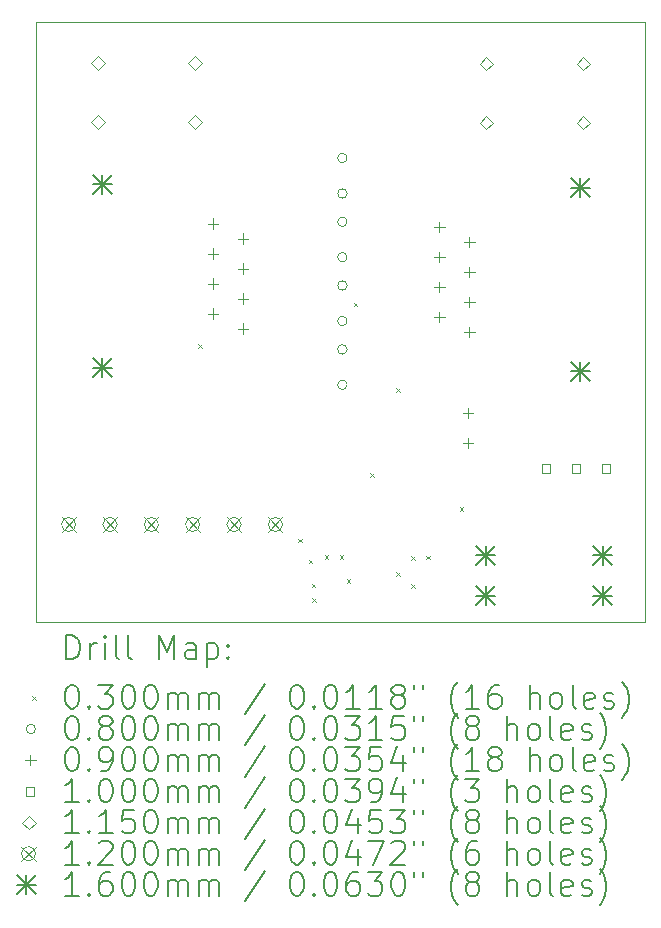
<source format=gbr>
%TF.GenerationSoftware,KiCad,Pcbnew,8.0.0*%
%TF.CreationDate,2024-11-14T09:55:05-06:00*%
%TF.ProjectId,RainSegmentDriver,5261696e-5365-4676-9d65-6e7444726976,rev?*%
%TF.SameCoordinates,Original*%
%TF.FileFunction,Drillmap*%
%TF.FilePolarity,Positive*%
%FSLAX45Y45*%
G04 Gerber Fmt 4.5, Leading zero omitted, Abs format (unit mm)*
G04 Created by KiCad (PCBNEW 8.0.0) date 2024-11-14 09:55:05*
%MOMM*%
%LPD*%
G01*
G04 APERTURE LIST*
%ADD10C,0.050000*%
%ADD11C,0.200000*%
%ADD12C,0.100000*%
%ADD13C,0.115000*%
%ADD14C,0.120000*%
%ADD15C,0.160000*%
G04 APERTURE END LIST*
D10*
X12315000Y-6548000D02*
X17473000Y-6548000D01*
X17473000Y-11628000D01*
X12315000Y-11628000D01*
X12315000Y-6548000D01*
D11*
D12*
X13690000Y-9275500D02*
X13720000Y-9305500D01*
X13720000Y-9275500D02*
X13690000Y-9305500D01*
X14537500Y-10925500D02*
X14567500Y-10955500D01*
X14567500Y-10925500D02*
X14537500Y-10955500D01*
X14625000Y-11103000D02*
X14655000Y-11133000D01*
X14655000Y-11103000D02*
X14625000Y-11133000D01*
X14650000Y-11305500D02*
X14680000Y-11335500D01*
X14680000Y-11305500D02*
X14650000Y-11335500D01*
X14652500Y-11428000D02*
X14682500Y-11458000D01*
X14682500Y-11428000D02*
X14652500Y-11458000D01*
X14760000Y-11063000D02*
X14790000Y-11093000D01*
X14790000Y-11063000D02*
X14760000Y-11093000D01*
X14887500Y-11063000D02*
X14917500Y-11093000D01*
X14917500Y-11063000D02*
X14887500Y-11093000D01*
X14946000Y-11268000D02*
X14976000Y-11298000D01*
X14976000Y-11268000D02*
X14946000Y-11298000D01*
X15007500Y-8925500D02*
X15037500Y-8955500D01*
X15037500Y-8925500D02*
X15007500Y-8955500D01*
X15145000Y-10368000D02*
X15175000Y-10398000D01*
X15175000Y-10368000D02*
X15145000Y-10398000D01*
X15365000Y-9648000D02*
X15395000Y-9678000D01*
X15395000Y-9648000D02*
X15365000Y-9678000D01*
X15365000Y-11208000D02*
X15395000Y-11238000D01*
X15395000Y-11208000D02*
X15365000Y-11238000D01*
X15491000Y-11072000D02*
X15521000Y-11102000D01*
X15521000Y-11072000D02*
X15491000Y-11102000D01*
X15491000Y-11308000D02*
X15521000Y-11338000D01*
X15521000Y-11308000D02*
X15491000Y-11338000D01*
X15621250Y-11069250D02*
X15651250Y-11099250D01*
X15651250Y-11069250D02*
X15621250Y-11099250D01*
X15905000Y-10658000D02*
X15935000Y-10688000D01*
X15935000Y-10658000D02*
X15905000Y-10688000D01*
X14950000Y-7700000D02*
G75*
G02*
X14870000Y-7700000I-40000J0D01*
G01*
X14870000Y-7700000D02*
G75*
G02*
X14950000Y-7700000I40000J0D01*
G01*
X14950000Y-8000000D02*
G75*
G02*
X14870000Y-8000000I-40000J0D01*
G01*
X14870000Y-8000000D02*
G75*
G02*
X14950000Y-8000000I40000J0D01*
G01*
X14950000Y-8240000D02*
G75*
G02*
X14870000Y-8240000I-40000J0D01*
G01*
X14870000Y-8240000D02*
G75*
G02*
X14950000Y-8240000I40000J0D01*
G01*
X14950000Y-8540000D02*
G75*
G02*
X14870000Y-8540000I-40000J0D01*
G01*
X14870000Y-8540000D02*
G75*
G02*
X14950000Y-8540000I40000J0D01*
G01*
X14950000Y-8780000D02*
G75*
G02*
X14870000Y-8780000I-40000J0D01*
G01*
X14870000Y-8780000D02*
G75*
G02*
X14950000Y-8780000I40000J0D01*
G01*
X14950000Y-9080000D02*
G75*
G02*
X14870000Y-9080000I-40000J0D01*
G01*
X14870000Y-9080000D02*
G75*
G02*
X14950000Y-9080000I40000J0D01*
G01*
X14950000Y-9320000D02*
G75*
G02*
X14870000Y-9320000I-40000J0D01*
G01*
X14870000Y-9320000D02*
G75*
G02*
X14950000Y-9320000I40000J0D01*
G01*
X14950000Y-9620000D02*
G75*
G02*
X14870000Y-9620000I-40000J0D01*
G01*
X14870000Y-9620000D02*
G75*
G02*
X14950000Y-9620000I40000J0D01*
G01*
X13815500Y-8210500D02*
X13815500Y-8300500D01*
X13770500Y-8255500D02*
X13860500Y-8255500D01*
X13815500Y-8464500D02*
X13815500Y-8554500D01*
X13770500Y-8509500D02*
X13860500Y-8509500D01*
X13815500Y-8718500D02*
X13815500Y-8808500D01*
X13770500Y-8763500D02*
X13860500Y-8763500D01*
X13815500Y-8972500D02*
X13815500Y-9062500D01*
X13770500Y-9017500D02*
X13860500Y-9017500D01*
X14069500Y-8337500D02*
X14069500Y-8427500D01*
X14024500Y-8382500D02*
X14114500Y-8382500D01*
X14069500Y-8591500D02*
X14069500Y-8681500D01*
X14024500Y-8636500D02*
X14114500Y-8636500D01*
X14069500Y-8845500D02*
X14069500Y-8935500D01*
X14024500Y-8890500D02*
X14114500Y-8890500D01*
X14069500Y-9099500D02*
X14069500Y-9189500D01*
X14024500Y-9144500D02*
X14114500Y-9144500D01*
X15730500Y-8239000D02*
X15730500Y-8329000D01*
X15685500Y-8284000D02*
X15775500Y-8284000D01*
X15730500Y-8493000D02*
X15730500Y-8583000D01*
X15685500Y-8538000D02*
X15775500Y-8538000D01*
X15730500Y-8747000D02*
X15730500Y-8837000D01*
X15685500Y-8792000D02*
X15775500Y-8792000D01*
X15730500Y-9001000D02*
X15730500Y-9091000D01*
X15685500Y-9046000D02*
X15775500Y-9046000D01*
X15972500Y-9814000D02*
X15972500Y-9904000D01*
X15927500Y-9859000D02*
X16017500Y-9859000D01*
X15972500Y-10068000D02*
X15972500Y-10158000D01*
X15927500Y-10113000D02*
X16017500Y-10113000D01*
X15984500Y-8366000D02*
X15984500Y-8456000D01*
X15939500Y-8411000D02*
X16029500Y-8411000D01*
X15984500Y-8620000D02*
X15984500Y-8710000D01*
X15939500Y-8665000D02*
X16029500Y-8665000D01*
X15984500Y-8874000D02*
X15984500Y-8964000D01*
X15939500Y-8919000D02*
X16029500Y-8919000D01*
X15984500Y-9128000D02*
X15984500Y-9218000D01*
X15939500Y-9173000D02*
X16029500Y-9173000D01*
X16670856Y-10364856D02*
X16670856Y-10294144D01*
X16600144Y-10294144D01*
X16600144Y-10364856D01*
X16670856Y-10364856D01*
X16924856Y-10364856D02*
X16924856Y-10294144D01*
X16854144Y-10294144D01*
X16854144Y-10364856D01*
X16924856Y-10364856D01*
X17178856Y-10364856D02*
X17178856Y-10294144D01*
X17108144Y-10294144D01*
X17108144Y-10364856D01*
X17178856Y-10364856D01*
D13*
X12840000Y-6954500D02*
X12897500Y-6897000D01*
X12840000Y-6839500D01*
X12782500Y-6897000D01*
X12840000Y-6954500D01*
X12840000Y-7454500D02*
X12897500Y-7397000D01*
X12840000Y-7339500D01*
X12782500Y-7397000D01*
X12840000Y-7454500D01*
X13660000Y-6954500D02*
X13717500Y-6897000D01*
X13660000Y-6839500D01*
X13602500Y-6897000D01*
X13660000Y-6954500D01*
X13660000Y-7454500D02*
X13717500Y-7397000D01*
X13660000Y-7339500D01*
X13602500Y-7397000D01*
X13660000Y-7454500D01*
X16130000Y-6957500D02*
X16187500Y-6900000D01*
X16130000Y-6842500D01*
X16072500Y-6900000D01*
X16130000Y-6957500D01*
X16130000Y-7457500D02*
X16187500Y-7400000D01*
X16130000Y-7342500D01*
X16072500Y-7400000D01*
X16130000Y-7457500D01*
X16950000Y-6957500D02*
X17007500Y-6900000D01*
X16950000Y-6842500D01*
X16892500Y-6900000D01*
X16950000Y-6957500D01*
X16950000Y-7457500D02*
X17007500Y-7400000D01*
X16950000Y-7342500D01*
X16892500Y-7400000D01*
X16950000Y-7457500D01*
D14*
X12532500Y-10743000D02*
X12652500Y-10863000D01*
X12652500Y-10743000D02*
X12532500Y-10863000D01*
X12652500Y-10803000D02*
G75*
G02*
X12532500Y-10803000I-60000J0D01*
G01*
X12532500Y-10803000D02*
G75*
G02*
X12652500Y-10803000I60000J0D01*
G01*
X12882500Y-10743000D02*
X13002500Y-10863000D01*
X13002500Y-10743000D02*
X12882500Y-10863000D01*
X13002500Y-10803000D02*
G75*
G02*
X12882500Y-10803000I-60000J0D01*
G01*
X12882500Y-10803000D02*
G75*
G02*
X13002500Y-10803000I60000J0D01*
G01*
X13232500Y-10743000D02*
X13352500Y-10863000D01*
X13352500Y-10743000D02*
X13232500Y-10863000D01*
X13352500Y-10803000D02*
G75*
G02*
X13232500Y-10803000I-60000J0D01*
G01*
X13232500Y-10803000D02*
G75*
G02*
X13352500Y-10803000I60000J0D01*
G01*
X13582500Y-10743000D02*
X13702500Y-10863000D01*
X13702500Y-10743000D02*
X13582500Y-10863000D01*
X13702500Y-10803000D02*
G75*
G02*
X13582500Y-10803000I-60000J0D01*
G01*
X13582500Y-10803000D02*
G75*
G02*
X13702500Y-10803000I60000J0D01*
G01*
X13932500Y-10743000D02*
X14052500Y-10863000D01*
X14052500Y-10743000D02*
X13932500Y-10863000D01*
X14052500Y-10803000D02*
G75*
G02*
X13932500Y-10803000I-60000J0D01*
G01*
X13932500Y-10803000D02*
G75*
G02*
X14052500Y-10803000I60000J0D01*
G01*
X14282500Y-10743000D02*
X14402500Y-10863000D01*
X14402500Y-10743000D02*
X14282500Y-10863000D01*
X14402500Y-10803000D02*
G75*
G02*
X14282500Y-10803000I-60000J0D01*
G01*
X14282500Y-10803000D02*
G75*
G02*
X14402500Y-10803000I60000J0D01*
G01*
D15*
X12795500Y-7843000D02*
X12955500Y-8003000D01*
X12955500Y-7843000D02*
X12795500Y-8003000D01*
X12875500Y-7843000D02*
X12875500Y-8003000D01*
X12795500Y-7923000D02*
X12955500Y-7923000D01*
X12795500Y-9397000D02*
X12955500Y-9557000D01*
X12955500Y-9397000D02*
X12795500Y-9557000D01*
X12875500Y-9397000D02*
X12875500Y-9557000D01*
X12795500Y-9477000D02*
X12955500Y-9477000D01*
X16045000Y-10985000D02*
X16205000Y-11145000D01*
X16205000Y-10985000D02*
X16045000Y-11145000D01*
X16125000Y-10985000D02*
X16125000Y-11145000D01*
X16045000Y-11065000D02*
X16205000Y-11065000D01*
X16045000Y-11326000D02*
X16205000Y-11486000D01*
X16205000Y-11326000D02*
X16045000Y-11486000D01*
X16125000Y-11326000D02*
X16125000Y-11486000D01*
X16045000Y-11406000D02*
X16205000Y-11406000D01*
X16844500Y-7871500D02*
X17004500Y-8031500D01*
X17004500Y-7871500D02*
X16844500Y-8031500D01*
X16924500Y-7871500D02*
X16924500Y-8031500D01*
X16844500Y-7951500D02*
X17004500Y-7951500D01*
X16844500Y-9425500D02*
X17004500Y-9585500D01*
X17004500Y-9425500D02*
X16844500Y-9585500D01*
X16924500Y-9425500D02*
X16924500Y-9585500D01*
X16844500Y-9505500D02*
X17004500Y-9505500D01*
X17035000Y-10985000D02*
X17195000Y-11145000D01*
X17195000Y-10985000D02*
X17035000Y-11145000D01*
X17115000Y-10985000D02*
X17115000Y-11145000D01*
X17035000Y-11065000D02*
X17195000Y-11065000D01*
X17035000Y-11326000D02*
X17195000Y-11486000D01*
X17195000Y-11326000D02*
X17035000Y-11486000D01*
X17115000Y-11326000D02*
X17115000Y-11486000D01*
X17035000Y-11406000D02*
X17195000Y-11406000D01*
D11*
X12573277Y-11941984D02*
X12573277Y-11741984D01*
X12573277Y-11741984D02*
X12620896Y-11741984D01*
X12620896Y-11741984D02*
X12649467Y-11751508D01*
X12649467Y-11751508D02*
X12668515Y-11770555D01*
X12668515Y-11770555D02*
X12678039Y-11789603D01*
X12678039Y-11789603D02*
X12687562Y-11827698D01*
X12687562Y-11827698D02*
X12687562Y-11856269D01*
X12687562Y-11856269D02*
X12678039Y-11894365D01*
X12678039Y-11894365D02*
X12668515Y-11913412D01*
X12668515Y-11913412D02*
X12649467Y-11932460D01*
X12649467Y-11932460D02*
X12620896Y-11941984D01*
X12620896Y-11941984D02*
X12573277Y-11941984D01*
X12773277Y-11941984D02*
X12773277Y-11808650D01*
X12773277Y-11846746D02*
X12782801Y-11827698D01*
X12782801Y-11827698D02*
X12792324Y-11818174D01*
X12792324Y-11818174D02*
X12811372Y-11808650D01*
X12811372Y-11808650D02*
X12830420Y-11808650D01*
X12897086Y-11941984D02*
X12897086Y-11808650D01*
X12897086Y-11741984D02*
X12887562Y-11751508D01*
X12887562Y-11751508D02*
X12897086Y-11761031D01*
X12897086Y-11761031D02*
X12906610Y-11751508D01*
X12906610Y-11751508D02*
X12897086Y-11741984D01*
X12897086Y-11741984D02*
X12897086Y-11761031D01*
X13020896Y-11941984D02*
X13001848Y-11932460D01*
X13001848Y-11932460D02*
X12992324Y-11913412D01*
X12992324Y-11913412D02*
X12992324Y-11741984D01*
X13125658Y-11941984D02*
X13106610Y-11932460D01*
X13106610Y-11932460D02*
X13097086Y-11913412D01*
X13097086Y-11913412D02*
X13097086Y-11741984D01*
X13354229Y-11941984D02*
X13354229Y-11741984D01*
X13354229Y-11741984D02*
X13420896Y-11884841D01*
X13420896Y-11884841D02*
X13487562Y-11741984D01*
X13487562Y-11741984D02*
X13487562Y-11941984D01*
X13668515Y-11941984D02*
X13668515Y-11837222D01*
X13668515Y-11837222D02*
X13658991Y-11818174D01*
X13658991Y-11818174D02*
X13639943Y-11808650D01*
X13639943Y-11808650D02*
X13601848Y-11808650D01*
X13601848Y-11808650D02*
X13582801Y-11818174D01*
X13668515Y-11932460D02*
X13649467Y-11941984D01*
X13649467Y-11941984D02*
X13601848Y-11941984D01*
X13601848Y-11941984D02*
X13582801Y-11932460D01*
X13582801Y-11932460D02*
X13573277Y-11913412D01*
X13573277Y-11913412D02*
X13573277Y-11894365D01*
X13573277Y-11894365D02*
X13582801Y-11875317D01*
X13582801Y-11875317D02*
X13601848Y-11865793D01*
X13601848Y-11865793D02*
X13649467Y-11865793D01*
X13649467Y-11865793D02*
X13668515Y-11856269D01*
X13763753Y-11808650D02*
X13763753Y-12008650D01*
X13763753Y-11818174D02*
X13782801Y-11808650D01*
X13782801Y-11808650D02*
X13820896Y-11808650D01*
X13820896Y-11808650D02*
X13839943Y-11818174D01*
X13839943Y-11818174D02*
X13849467Y-11827698D01*
X13849467Y-11827698D02*
X13858991Y-11846746D01*
X13858991Y-11846746D02*
X13858991Y-11903888D01*
X13858991Y-11903888D02*
X13849467Y-11922936D01*
X13849467Y-11922936D02*
X13839943Y-11932460D01*
X13839943Y-11932460D02*
X13820896Y-11941984D01*
X13820896Y-11941984D02*
X13782801Y-11941984D01*
X13782801Y-11941984D02*
X13763753Y-11932460D01*
X13944705Y-11922936D02*
X13954229Y-11932460D01*
X13954229Y-11932460D02*
X13944705Y-11941984D01*
X13944705Y-11941984D02*
X13935182Y-11932460D01*
X13935182Y-11932460D02*
X13944705Y-11922936D01*
X13944705Y-11922936D02*
X13944705Y-11941984D01*
X13944705Y-11818174D02*
X13954229Y-11827698D01*
X13954229Y-11827698D02*
X13944705Y-11837222D01*
X13944705Y-11837222D02*
X13935182Y-11827698D01*
X13935182Y-11827698D02*
X13944705Y-11818174D01*
X13944705Y-11818174D02*
X13944705Y-11837222D01*
D12*
X12282500Y-12255500D02*
X12312500Y-12285500D01*
X12312500Y-12255500D02*
X12282500Y-12285500D01*
D11*
X12611372Y-12161984D02*
X12630420Y-12161984D01*
X12630420Y-12161984D02*
X12649467Y-12171508D01*
X12649467Y-12171508D02*
X12658991Y-12181031D01*
X12658991Y-12181031D02*
X12668515Y-12200079D01*
X12668515Y-12200079D02*
X12678039Y-12238174D01*
X12678039Y-12238174D02*
X12678039Y-12285793D01*
X12678039Y-12285793D02*
X12668515Y-12323888D01*
X12668515Y-12323888D02*
X12658991Y-12342936D01*
X12658991Y-12342936D02*
X12649467Y-12352460D01*
X12649467Y-12352460D02*
X12630420Y-12361984D01*
X12630420Y-12361984D02*
X12611372Y-12361984D01*
X12611372Y-12361984D02*
X12592324Y-12352460D01*
X12592324Y-12352460D02*
X12582801Y-12342936D01*
X12582801Y-12342936D02*
X12573277Y-12323888D01*
X12573277Y-12323888D02*
X12563753Y-12285793D01*
X12563753Y-12285793D02*
X12563753Y-12238174D01*
X12563753Y-12238174D02*
X12573277Y-12200079D01*
X12573277Y-12200079D02*
X12582801Y-12181031D01*
X12582801Y-12181031D02*
X12592324Y-12171508D01*
X12592324Y-12171508D02*
X12611372Y-12161984D01*
X12763753Y-12342936D02*
X12773277Y-12352460D01*
X12773277Y-12352460D02*
X12763753Y-12361984D01*
X12763753Y-12361984D02*
X12754229Y-12352460D01*
X12754229Y-12352460D02*
X12763753Y-12342936D01*
X12763753Y-12342936D02*
X12763753Y-12361984D01*
X12839943Y-12161984D02*
X12963753Y-12161984D01*
X12963753Y-12161984D02*
X12897086Y-12238174D01*
X12897086Y-12238174D02*
X12925658Y-12238174D01*
X12925658Y-12238174D02*
X12944705Y-12247698D01*
X12944705Y-12247698D02*
X12954229Y-12257222D01*
X12954229Y-12257222D02*
X12963753Y-12276269D01*
X12963753Y-12276269D02*
X12963753Y-12323888D01*
X12963753Y-12323888D02*
X12954229Y-12342936D01*
X12954229Y-12342936D02*
X12944705Y-12352460D01*
X12944705Y-12352460D02*
X12925658Y-12361984D01*
X12925658Y-12361984D02*
X12868515Y-12361984D01*
X12868515Y-12361984D02*
X12849467Y-12352460D01*
X12849467Y-12352460D02*
X12839943Y-12342936D01*
X13087562Y-12161984D02*
X13106610Y-12161984D01*
X13106610Y-12161984D02*
X13125658Y-12171508D01*
X13125658Y-12171508D02*
X13135182Y-12181031D01*
X13135182Y-12181031D02*
X13144705Y-12200079D01*
X13144705Y-12200079D02*
X13154229Y-12238174D01*
X13154229Y-12238174D02*
X13154229Y-12285793D01*
X13154229Y-12285793D02*
X13144705Y-12323888D01*
X13144705Y-12323888D02*
X13135182Y-12342936D01*
X13135182Y-12342936D02*
X13125658Y-12352460D01*
X13125658Y-12352460D02*
X13106610Y-12361984D01*
X13106610Y-12361984D02*
X13087562Y-12361984D01*
X13087562Y-12361984D02*
X13068515Y-12352460D01*
X13068515Y-12352460D02*
X13058991Y-12342936D01*
X13058991Y-12342936D02*
X13049467Y-12323888D01*
X13049467Y-12323888D02*
X13039943Y-12285793D01*
X13039943Y-12285793D02*
X13039943Y-12238174D01*
X13039943Y-12238174D02*
X13049467Y-12200079D01*
X13049467Y-12200079D02*
X13058991Y-12181031D01*
X13058991Y-12181031D02*
X13068515Y-12171508D01*
X13068515Y-12171508D02*
X13087562Y-12161984D01*
X13278039Y-12161984D02*
X13297086Y-12161984D01*
X13297086Y-12161984D02*
X13316134Y-12171508D01*
X13316134Y-12171508D02*
X13325658Y-12181031D01*
X13325658Y-12181031D02*
X13335182Y-12200079D01*
X13335182Y-12200079D02*
X13344705Y-12238174D01*
X13344705Y-12238174D02*
X13344705Y-12285793D01*
X13344705Y-12285793D02*
X13335182Y-12323888D01*
X13335182Y-12323888D02*
X13325658Y-12342936D01*
X13325658Y-12342936D02*
X13316134Y-12352460D01*
X13316134Y-12352460D02*
X13297086Y-12361984D01*
X13297086Y-12361984D02*
X13278039Y-12361984D01*
X13278039Y-12361984D02*
X13258991Y-12352460D01*
X13258991Y-12352460D02*
X13249467Y-12342936D01*
X13249467Y-12342936D02*
X13239943Y-12323888D01*
X13239943Y-12323888D02*
X13230420Y-12285793D01*
X13230420Y-12285793D02*
X13230420Y-12238174D01*
X13230420Y-12238174D02*
X13239943Y-12200079D01*
X13239943Y-12200079D02*
X13249467Y-12181031D01*
X13249467Y-12181031D02*
X13258991Y-12171508D01*
X13258991Y-12171508D02*
X13278039Y-12161984D01*
X13430420Y-12361984D02*
X13430420Y-12228650D01*
X13430420Y-12247698D02*
X13439943Y-12238174D01*
X13439943Y-12238174D02*
X13458991Y-12228650D01*
X13458991Y-12228650D02*
X13487563Y-12228650D01*
X13487563Y-12228650D02*
X13506610Y-12238174D01*
X13506610Y-12238174D02*
X13516134Y-12257222D01*
X13516134Y-12257222D02*
X13516134Y-12361984D01*
X13516134Y-12257222D02*
X13525658Y-12238174D01*
X13525658Y-12238174D02*
X13544705Y-12228650D01*
X13544705Y-12228650D02*
X13573277Y-12228650D01*
X13573277Y-12228650D02*
X13592324Y-12238174D01*
X13592324Y-12238174D02*
X13601848Y-12257222D01*
X13601848Y-12257222D02*
X13601848Y-12361984D01*
X13697086Y-12361984D02*
X13697086Y-12228650D01*
X13697086Y-12247698D02*
X13706610Y-12238174D01*
X13706610Y-12238174D02*
X13725658Y-12228650D01*
X13725658Y-12228650D02*
X13754229Y-12228650D01*
X13754229Y-12228650D02*
X13773277Y-12238174D01*
X13773277Y-12238174D02*
X13782801Y-12257222D01*
X13782801Y-12257222D02*
X13782801Y-12361984D01*
X13782801Y-12257222D02*
X13792324Y-12238174D01*
X13792324Y-12238174D02*
X13811372Y-12228650D01*
X13811372Y-12228650D02*
X13839943Y-12228650D01*
X13839943Y-12228650D02*
X13858991Y-12238174D01*
X13858991Y-12238174D02*
X13868515Y-12257222D01*
X13868515Y-12257222D02*
X13868515Y-12361984D01*
X14258991Y-12152460D02*
X14087563Y-12409603D01*
X14516134Y-12161984D02*
X14535182Y-12161984D01*
X14535182Y-12161984D02*
X14554229Y-12171508D01*
X14554229Y-12171508D02*
X14563753Y-12181031D01*
X14563753Y-12181031D02*
X14573277Y-12200079D01*
X14573277Y-12200079D02*
X14582801Y-12238174D01*
X14582801Y-12238174D02*
X14582801Y-12285793D01*
X14582801Y-12285793D02*
X14573277Y-12323888D01*
X14573277Y-12323888D02*
X14563753Y-12342936D01*
X14563753Y-12342936D02*
X14554229Y-12352460D01*
X14554229Y-12352460D02*
X14535182Y-12361984D01*
X14535182Y-12361984D02*
X14516134Y-12361984D01*
X14516134Y-12361984D02*
X14497086Y-12352460D01*
X14497086Y-12352460D02*
X14487563Y-12342936D01*
X14487563Y-12342936D02*
X14478039Y-12323888D01*
X14478039Y-12323888D02*
X14468515Y-12285793D01*
X14468515Y-12285793D02*
X14468515Y-12238174D01*
X14468515Y-12238174D02*
X14478039Y-12200079D01*
X14478039Y-12200079D02*
X14487563Y-12181031D01*
X14487563Y-12181031D02*
X14497086Y-12171508D01*
X14497086Y-12171508D02*
X14516134Y-12161984D01*
X14668515Y-12342936D02*
X14678039Y-12352460D01*
X14678039Y-12352460D02*
X14668515Y-12361984D01*
X14668515Y-12361984D02*
X14658991Y-12352460D01*
X14658991Y-12352460D02*
X14668515Y-12342936D01*
X14668515Y-12342936D02*
X14668515Y-12361984D01*
X14801848Y-12161984D02*
X14820896Y-12161984D01*
X14820896Y-12161984D02*
X14839944Y-12171508D01*
X14839944Y-12171508D02*
X14849467Y-12181031D01*
X14849467Y-12181031D02*
X14858991Y-12200079D01*
X14858991Y-12200079D02*
X14868515Y-12238174D01*
X14868515Y-12238174D02*
X14868515Y-12285793D01*
X14868515Y-12285793D02*
X14858991Y-12323888D01*
X14858991Y-12323888D02*
X14849467Y-12342936D01*
X14849467Y-12342936D02*
X14839944Y-12352460D01*
X14839944Y-12352460D02*
X14820896Y-12361984D01*
X14820896Y-12361984D02*
X14801848Y-12361984D01*
X14801848Y-12361984D02*
X14782801Y-12352460D01*
X14782801Y-12352460D02*
X14773277Y-12342936D01*
X14773277Y-12342936D02*
X14763753Y-12323888D01*
X14763753Y-12323888D02*
X14754229Y-12285793D01*
X14754229Y-12285793D02*
X14754229Y-12238174D01*
X14754229Y-12238174D02*
X14763753Y-12200079D01*
X14763753Y-12200079D02*
X14773277Y-12181031D01*
X14773277Y-12181031D02*
X14782801Y-12171508D01*
X14782801Y-12171508D02*
X14801848Y-12161984D01*
X15058991Y-12361984D02*
X14944706Y-12361984D01*
X15001848Y-12361984D02*
X15001848Y-12161984D01*
X15001848Y-12161984D02*
X14982801Y-12190555D01*
X14982801Y-12190555D02*
X14963753Y-12209603D01*
X14963753Y-12209603D02*
X14944706Y-12219127D01*
X15249467Y-12361984D02*
X15135182Y-12361984D01*
X15192325Y-12361984D02*
X15192325Y-12161984D01*
X15192325Y-12161984D02*
X15173277Y-12190555D01*
X15173277Y-12190555D02*
X15154229Y-12209603D01*
X15154229Y-12209603D02*
X15135182Y-12219127D01*
X15363753Y-12247698D02*
X15344706Y-12238174D01*
X15344706Y-12238174D02*
X15335182Y-12228650D01*
X15335182Y-12228650D02*
X15325658Y-12209603D01*
X15325658Y-12209603D02*
X15325658Y-12200079D01*
X15325658Y-12200079D02*
X15335182Y-12181031D01*
X15335182Y-12181031D02*
X15344706Y-12171508D01*
X15344706Y-12171508D02*
X15363753Y-12161984D01*
X15363753Y-12161984D02*
X15401848Y-12161984D01*
X15401848Y-12161984D02*
X15420896Y-12171508D01*
X15420896Y-12171508D02*
X15430420Y-12181031D01*
X15430420Y-12181031D02*
X15439944Y-12200079D01*
X15439944Y-12200079D02*
X15439944Y-12209603D01*
X15439944Y-12209603D02*
X15430420Y-12228650D01*
X15430420Y-12228650D02*
X15420896Y-12238174D01*
X15420896Y-12238174D02*
X15401848Y-12247698D01*
X15401848Y-12247698D02*
X15363753Y-12247698D01*
X15363753Y-12247698D02*
X15344706Y-12257222D01*
X15344706Y-12257222D02*
X15335182Y-12266746D01*
X15335182Y-12266746D02*
X15325658Y-12285793D01*
X15325658Y-12285793D02*
X15325658Y-12323888D01*
X15325658Y-12323888D02*
X15335182Y-12342936D01*
X15335182Y-12342936D02*
X15344706Y-12352460D01*
X15344706Y-12352460D02*
X15363753Y-12361984D01*
X15363753Y-12361984D02*
X15401848Y-12361984D01*
X15401848Y-12361984D02*
X15420896Y-12352460D01*
X15420896Y-12352460D02*
X15430420Y-12342936D01*
X15430420Y-12342936D02*
X15439944Y-12323888D01*
X15439944Y-12323888D02*
X15439944Y-12285793D01*
X15439944Y-12285793D02*
X15430420Y-12266746D01*
X15430420Y-12266746D02*
X15420896Y-12257222D01*
X15420896Y-12257222D02*
X15401848Y-12247698D01*
X15516134Y-12161984D02*
X15516134Y-12200079D01*
X15592325Y-12161984D02*
X15592325Y-12200079D01*
X15887563Y-12438174D02*
X15878039Y-12428650D01*
X15878039Y-12428650D02*
X15858991Y-12400079D01*
X15858991Y-12400079D02*
X15849468Y-12381031D01*
X15849468Y-12381031D02*
X15839944Y-12352460D01*
X15839944Y-12352460D02*
X15830420Y-12304841D01*
X15830420Y-12304841D02*
X15830420Y-12266746D01*
X15830420Y-12266746D02*
X15839944Y-12219127D01*
X15839944Y-12219127D02*
X15849468Y-12190555D01*
X15849468Y-12190555D02*
X15858991Y-12171508D01*
X15858991Y-12171508D02*
X15878039Y-12142936D01*
X15878039Y-12142936D02*
X15887563Y-12133412D01*
X16068515Y-12361984D02*
X15954229Y-12361984D01*
X16011372Y-12361984D02*
X16011372Y-12161984D01*
X16011372Y-12161984D02*
X15992325Y-12190555D01*
X15992325Y-12190555D02*
X15973277Y-12209603D01*
X15973277Y-12209603D02*
X15954229Y-12219127D01*
X16239944Y-12161984D02*
X16201848Y-12161984D01*
X16201848Y-12161984D02*
X16182801Y-12171508D01*
X16182801Y-12171508D02*
X16173277Y-12181031D01*
X16173277Y-12181031D02*
X16154229Y-12209603D01*
X16154229Y-12209603D02*
X16144706Y-12247698D01*
X16144706Y-12247698D02*
X16144706Y-12323888D01*
X16144706Y-12323888D02*
X16154229Y-12342936D01*
X16154229Y-12342936D02*
X16163753Y-12352460D01*
X16163753Y-12352460D02*
X16182801Y-12361984D01*
X16182801Y-12361984D02*
X16220896Y-12361984D01*
X16220896Y-12361984D02*
X16239944Y-12352460D01*
X16239944Y-12352460D02*
X16249468Y-12342936D01*
X16249468Y-12342936D02*
X16258991Y-12323888D01*
X16258991Y-12323888D02*
X16258991Y-12276269D01*
X16258991Y-12276269D02*
X16249468Y-12257222D01*
X16249468Y-12257222D02*
X16239944Y-12247698D01*
X16239944Y-12247698D02*
X16220896Y-12238174D01*
X16220896Y-12238174D02*
X16182801Y-12238174D01*
X16182801Y-12238174D02*
X16163753Y-12247698D01*
X16163753Y-12247698D02*
X16154229Y-12257222D01*
X16154229Y-12257222D02*
X16144706Y-12276269D01*
X16497087Y-12361984D02*
X16497087Y-12161984D01*
X16582801Y-12361984D02*
X16582801Y-12257222D01*
X16582801Y-12257222D02*
X16573277Y-12238174D01*
X16573277Y-12238174D02*
X16554230Y-12228650D01*
X16554230Y-12228650D02*
X16525658Y-12228650D01*
X16525658Y-12228650D02*
X16506610Y-12238174D01*
X16506610Y-12238174D02*
X16497087Y-12247698D01*
X16706610Y-12361984D02*
X16687563Y-12352460D01*
X16687563Y-12352460D02*
X16678039Y-12342936D01*
X16678039Y-12342936D02*
X16668515Y-12323888D01*
X16668515Y-12323888D02*
X16668515Y-12266746D01*
X16668515Y-12266746D02*
X16678039Y-12247698D01*
X16678039Y-12247698D02*
X16687563Y-12238174D01*
X16687563Y-12238174D02*
X16706610Y-12228650D01*
X16706610Y-12228650D02*
X16735182Y-12228650D01*
X16735182Y-12228650D02*
X16754230Y-12238174D01*
X16754230Y-12238174D02*
X16763753Y-12247698D01*
X16763753Y-12247698D02*
X16773277Y-12266746D01*
X16773277Y-12266746D02*
X16773277Y-12323888D01*
X16773277Y-12323888D02*
X16763753Y-12342936D01*
X16763753Y-12342936D02*
X16754230Y-12352460D01*
X16754230Y-12352460D02*
X16735182Y-12361984D01*
X16735182Y-12361984D02*
X16706610Y-12361984D01*
X16887563Y-12361984D02*
X16868515Y-12352460D01*
X16868515Y-12352460D02*
X16858992Y-12333412D01*
X16858992Y-12333412D02*
X16858992Y-12161984D01*
X17039944Y-12352460D02*
X17020896Y-12361984D01*
X17020896Y-12361984D02*
X16982801Y-12361984D01*
X16982801Y-12361984D02*
X16963753Y-12352460D01*
X16963753Y-12352460D02*
X16954230Y-12333412D01*
X16954230Y-12333412D02*
X16954230Y-12257222D01*
X16954230Y-12257222D02*
X16963753Y-12238174D01*
X16963753Y-12238174D02*
X16982801Y-12228650D01*
X16982801Y-12228650D02*
X17020896Y-12228650D01*
X17020896Y-12228650D02*
X17039944Y-12238174D01*
X17039944Y-12238174D02*
X17049468Y-12257222D01*
X17049468Y-12257222D02*
X17049468Y-12276269D01*
X17049468Y-12276269D02*
X16954230Y-12295317D01*
X17125658Y-12352460D02*
X17144706Y-12361984D01*
X17144706Y-12361984D02*
X17182801Y-12361984D01*
X17182801Y-12361984D02*
X17201849Y-12352460D01*
X17201849Y-12352460D02*
X17211373Y-12333412D01*
X17211373Y-12333412D02*
X17211373Y-12323888D01*
X17211373Y-12323888D02*
X17201849Y-12304841D01*
X17201849Y-12304841D02*
X17182801Y-12295317D01*
X17182801Y-12295317D02*
X17154230Y-12295317D01*
X17154230Y-12295317D02*
X17135182Y-12285793D01*
X17135182Y-12285793D02*
X17125658Y-12266746D01*
X17125658Y-12266746D02*
X17125658Y-12257222D01*
X17125658Y-12257222D02*
X17135182Y-12238174D01*
X17135182Y-12238174D02*
X17154230Y-12228650D01*
X17154230Y-12228650D02*
X17182801Y-12228650D01*
X17182801Y-12228650D02*
X17201849Y-12238174D01*
X17278039Y-12438174D02*
X17287563Y-12428650D01*
X17287563Y-12428650D02*
X17306611Y-12400079D01*
X17306611Y-12400079D02*
X17316134Y-12381031D01*
X17316134Y-12381031D02*
X17325658Y-12352460D01*
X17325658Y-12352460D02*
X17335182Y-12304841D01*
X17335182Y-12304841D02*
X17335182Y-12266746D01*
X17335182Y-12266746D02*
X17325658Y-12219127D01*
X17325658Y-12219127D02*
X17316134Y-12190555D01*
X17316134Y-12190555D02*
X17306611Y-12171508D01*
X17306611Y-12171508D02*
X17287563Y-12142936D01*
X17287563Y-12142936D02*
X17278039Y-12133412D01*
D12*
X12312500Y-12534500D02*
G75*
G02*
X12232500Y-12534500I-40000J0D01*
G01*
X12232500Y-12534500D02*
G75*
G02*
X12312500Y-12534500I40000J0D01*
G01*
D11*
X12611372Y-12425984D02*
X12630420Y-12425984D01*
X12630420Y-12425984D02*
X12649467Y-12435508D01*
X12649467Y-12435508D02*
X12658991Y-12445031D01*
X12658991Y-12445031D02*
X12668515Y-12464079D01*
X12668515Y-12464079D02*
X12678039Y-12502174D01*
X12678039Y-12502174D02*
X12678039Y-12549793D01*
X12678039Y-12549793D02*
X12668515Y-12587888D01*
X12668515Y-12587888D02*
X12658991Y-12606936D01*
X12658991Y-12606936D02*
X12649467Y-12616460D01*
X12649467Y-12616460D02*
X12630420Y-12625984D01*
X12630420Y-12625984D02*
X12611372Y-12625984D01*
X12611372Y-12625984D02*
X12592324Y-12616460D01*
X12592324Y-12616460D02*
X12582801Y-12606936D01*
X12582801Y-12606936D02*
X12573277Y-12587888D01*
X12573277Y-12587888D02*
X12563753Y-12549793D01*
X12563753Y-12549793D02*
X12563753Y-12502174D01*
X12563753Y-12502174D02*
X12573277Y-12464079D01*
X12573277Y-12464079D02*
X12582801Y-12445031D01*
X12582801Y-12445031D02*
X12592324Y-12435508D01*
X12592324Y-12435508D02*
X12611372Y-12425984D01*
X12763753Y-12606936D02*
X12773277Y-12616460D01*
X12773277Y-12616460D02*
X12763753Y-12625984D01*
X12763753Y-12625984D02*
X12754229Y-12616460D01*
X12754229Y-12616460D02*
X12763753Y-12606936D01*
X12763753Y-12606936D02*
X12763753Y-12625984D01*
X12887562Y-12511698D02*
X12868515Y-12502174D01*
X12868515Y-12502174D02*
X12858991Y-12492650D01*
X12858991Y-12492650D02*
X12849467Y-12473603D01*
X12849467Y-12473603D02*
X12849467Y-12464079D01*
X12849467Y-12464079D02*
X12858991Y-12445031D01*
X12858991Y-12445031D02*
X12868515Y-12435508D01*
X12868515Y-12435508D02*
X12887562Y-12425984D01*
X12887562Y-12425984D02*
X12925658Y-12425984D01*
X12925658Y-12425984D02*
X12944705Y-12435508D01*
X12944705Y-12435508D02*
X12954229Y-12445031D01*
X12954229Y-12445031D02*
X12963753Y-12464079D01*
X12963753Y-12464079D02*
X12963753Y-12473603D01*
X12963753Y-12473603D02*
X12954229Y-12492650D01*
X12954229Y-12492650D02*
X12944705Y-12502174D01*
X12944705Y-12502174D02*
X12925658Y-12511698D01*
X12925658Y-12511698D02*
X12887562Y-12511698D01*
X12887562Y-12511698D02*
X12868515Y-12521222D01*
X12868515Y-12521222D02*
X12858991Y-12530746D01*
X12858991Y-12530746D02*
X12849467Y-12549793D01*
X12849467Y-12549793D02*
X12849467Y-12587888D01*
X12849467Y-12587888D02*
X12858991Y-12606936D01*
X12858991Y-12606936D02*
X12868515Y-12616460D01*
X12868515Y-12616460D02*
X12887562Y-12625984D01*
X12887562Y-12625984D02*
X12925658Y-12625984D01*
X12925658Y-12625984D02*
X12944705Y-12616460D01*
X12944705Y-12616460D02*
X12954229Y-12606936D01*
X12954229Y-12606936D02*
X12963753Y-12587888D01*
X12963753Y-12587888D02*
X12963753Y-12549793D01*
X12963753Y-12549793D02*
X12954229Y-12530746D01*
X12954229Y-12530746D02*
X12944705Y-12521222D01*
X12944705Y-12521222D02*
X12925658Y-12511698D01*
X13087562Y-12425984D02*
X13106610Y-12425984D01*
X13106610Y-12425984D02*
X13125658Y-12435508D01*
X13125658Y-12435508D02*
X13135182Y-12445031D01*
X13135182Y-12445031D02*
X13144705Y-12464079D01*
X13144705Y-12464079D02*
X13154229Y-12502174D01*
X13154229Y-12502174D02*
X13154229Y-12549793D01*
X13154229Y-12549793D02*
X13144705Y-12587888D01*
X13144705Y-12587888D02*
X13135182Y-12606936D01*
X13135182Y-12606936D02*
X13125658Y-12616460D01*
X13125658Y-12616460D02*
X13106610Y-12625984D01*
X13106610Y-12625984D02*
X13087562Y-12625984D01*
X13087562Y-12625984D02*
X13068515Y-12616460D01*
X13068515Y-12616460D02*
X13058991Y-12606936D01*
X13058991Y-12606936D02*
X13049467Y-12587888D01*
X13049467Y-12587888D02*
X13039943Y-12549793D01*
X13039943Y-12549793D02*
X13039943Y-12502174D01*
X13039943Y-12502174D02*
X13049467Y-12464079D01*
X13049467Y-12464079D02*
X13058991Y-12445031D01*
X13058991Y-12445031D02*
X13068515Y-12435508D01*
X13068515Y-12435508D02*
X13087562Y-12425984D01*
X13278039Y-12425984D02*
X13297086Y-12425984D01*
X13297086Y-12425984D02*
X13316134Y-12435508D01*
X13316134Y-12435508D02*
X13325658Y-12445031D01*
X13325658Y-12445031D02*
X13335182Y-12464079D01*
X13335182Y-12464079D02*
X13344705Y-12502174D01*
X13344705Y-12502174D02*
X13344705Y-12549793D01*
X13344705Y-12549793D02*
X13335182Y-12587888D01*
X13335182Y-12587888D02*
X13325658Y-12606936D01*
X13325658Y-12606936D02*
X13316134Y-12616460D01*
X13316134Y-12616460D02*
X13297086Y-12625984D01*
X13297086Y-12625984D02*
X13278039Y-12625984D01*
X13278039Y-12625984D02*
X13258991Y-12616460D01*
X13258991Y-12616460D02*
X13249467Y-12606936D01*
X13249467Y-12606936D02*
X13239943Y-12587888D01*
X13239943Y-12587888D02*
X13230420Y-12549793D01*
X13230420Y-12549793D02*
X13230420Y-12502174D01*
X13230420Y-12502174D02*
X13239943Y-12464079D01*
X13239943Y-12464079D02*
X13249467Y-12445031D01*
X13249467Y-12445031D02*
X13258991Y-12435508D01*
X13258991Y-12435508D02*
X13278039Y-12425984D01*
X13430420Y-12625984D02*
X13430420Y-12492650D01*
X13430420Y-12511698D02*
X13439943Y-12502174D01*
X13439943Y-12502174D02*
X13458991Y-12492650D01*
X13458991Y-12492650D02*
X13487563Y-12492650D01*
X13487563Y-12492650D02*
X13506610Y-12502174D01*
X13506610Y-12502174D02*
X13516134Y-12521222D01*
X13516134Y-12521222D02*
X13516134Y-12625984D01*
X13516134Y-12521222D02*
X13525658Y-12502174D01*
X13525658Y-12502174D02*
X13544705Y-12492650D01*
X13544705Y-12492650D02*
X13573277Y-12492650D01*
X13573277Y-12492650D02*
X13592324Y-12502174D01*
X13592324Y-12502174D02*
X13601848Y-12521222D01*
X13601848Y-12521222D02*
X13601848Y-12625984D01*
X13697086Y-12625984D02*
X13697086Y-12492650D01*
X13697086Y-12511698D02*
X13706610Y-12502174D01*
X13706610Y-12502174D02*
X13725658Y-12492650D01*
X13725658Y-12492650D02*
X13754229Y-12492650D01*
X13754229Y-12492650D02*
X13773277Y-12502174D01*
X13773277Y-12502174D02*
X13782801Y-12521222D01*
X13782801Y-12521222D02*
X13782801Y-12625984D01*
X13782801Y-12521222D02*
X13792324Y-12502174D01*
X13792324Y-12502174D02*
X13811372Y-12492650D01*
X13811372Y-12492650D02*
X13839943Y-12492650D01*
X13839943Y-12492650D02*
X13858991Y-12502174D01*
X13858991Y-12502174D02*
X13868515Y-12521222D01*
X13868515Y-12521222D02*
X13868515Y-12625984D01*
X14258991Y-12416460D02*
X14087563Y-12673603D01*
X14516134Y-12425984D02*
X14535182Y-12425984D01*
X14535182Y-12425984D02*
X14554229Y-12435508D01*
X14554229Y-12435508D02*
X14563753Y-12445031D01*
X14563753Y-12445031D02*
X14573277Y-12464079D01*
X14573277Y-12464079D02*
X14582801Y-12502174D01*
X14582801Y-12502174D02*
X14582801Y-12549793D01*
X14582801Y-12549793D02*
X14573277Y-12587888D01*
X14573277Y-12587888D02*
X14563753Y-12606936D01*
X14563753Y-12606936D02*
X14554229Y-12616460D01*
X14554229Y-12616460D02*
X14535182Y-12625984D01*
X14535182Y-12625984D02*
X14516134Y-12625984D01*
X14516134Y-12625984D02*
X14497086Y-12616460D01*
X14497086Y-12616460D02*
X14487563Y-12606936D01*
X14487563Y-12606936D02*
X14478039Y-12587888D01*
X14478039Y-12587888D02*
X14468515Y-12549793D01*
X14468515Y-12549793D02*
X14468515Y-12502174D01*
X14468515Y-12502174D02*
X14478039Y-12464079D01*
X14478039Y-12464079D02*
X14487563Y-12445031D01*
X14487563Y-12445031D02*
X14497086Y-12435508D01*
X14497086Y-12435508D02*
X14516134Y-12425984D01*
X14668515Y-12606936D02*
X14678039Y-12616460D01*
X14678039Y-12616460D02*
X14668515Y-12625984D01*
X14668515Y-12625984D02*
X14658991Y-12616460D01*
X14658991Y-12616460D02*
X14668515Y-12606936D01*
X14668515Y-12606936D02*
X14668515Y-12625984D01*
X14801848Y-12425984D02*
X14820896Y-12425984D01*
X14820896Y-12425984D02*
X14839944Y-12435508D01*
X14839944Y-12435508D02*
X14849467Y-12445031D01*
X14849467Y-12445031D02*
X14858991Y-12464079D01*
X14858991Y-12464079D02*
X14868515Y-12502174D01*
X14868515Y-12502174D02*
X14868515Y-12549793D01*
X14868515Y-12549793D02*
X14858991Y-12587888D01*
X14858991Y-12587888D02*
X14849467Y-12606936D01*
X14849467Y-12606936D02*
X14839944Y-12616460D01*
X14839944Y-12616460D02*
X14820896Y-12625984D01*
X14820896Y-12625984D02*
X14801848Y-12625984D01*
X14801848Y-12625984D02*
X14782801Y-12616460D01*
X14782801Y-12616460D02*
X14773277Y-12606936D01*
X14773277Y-12606936D02*
X14763753Y-12587888D01*
X14763753Y-12587888D02*
X14754229Y-12549793D01*
X14754229Y-12549793D02*
X14754229Y-12502174D01*
X14754229Y-12502174D02*
X14763753Y-12464079D01*
X14763753Y-12464079D02*
X14773277Y-12445031D01*
X14773277Y-12445031D02*
X14782801Y-12435508D01*
X14782801Y-12435508D02*
X14801848Y-12425984D01*
X14935182Y-12425984D02*
X15058991Y-12425984D01*
X15058991Y-12425984D02*
X14992325Y-12502174D01*
X14992325Y-12502174D02*
X15020896Y-12502174D01*
X15020896Y-12502174D02*
X15039944Y-12511698D01*
X15039944Y-12511698D02*
X15049467Y-12521222D01*
X15049467Y-12521222D02*
X15058991Y-12540269D01*
X15058991Y-12540269D02*
X15058991Y-12587888D01*
X15058991Y-12587888D02*
X15049467Y-12606936D01*
X15049467Y-12606936D02*
X15039944Y-12616460D01*
X15039944Y-12616460D02*
X15020896Y-12625984D01*
X15020896Y-12625984D02*
X14963753Y-12625984D01*
X14963753Y-12625984D02*
X14944706Y-12616460D01*
X14944706Y-12616460D02*
X14935182Y-12606936D01*
X15249467Y-12625984D02*
X15135182Y-12625984D01*
X15192325Y-12625984D02*
X15192325Y-12425984D01*
X15192325Y-12425984D02*
X15173277Y-12454555D01*
X15173277Y-12454555D02*
X15154229Y-12473603D01*
X15154229Y-12473603D02*
X15135182Y-12483127D01*
X15430420Y-12425984D02*
X15335182Y-12425984D01*
X15335182Y-12425984D02*
X15325658Y-12521222D01*
X15325658Y-12521222D02*
X15335182Y-12511698D01*
X15335182Y-12511698D02*
X15354229Y-12502174D01*
X15354229Y-12502174D02*
X15401848Y-12502174D01*
X15401848Y-12502174D02*
X15420896Y-12511698D01*
X15420896Y-12511698D02*
X15430420Y-12521222D01*
X15430420Y-12521222D02*
X15439944Y-12540269D01*
X15439944Y-12540269D02*
X15439944Y-12587888D01*
X15439944Y-12587888D02*
X15430420Y-12606936D01*
X15430420Y-12606936D02*
X15420896Y-12616460D01*
X15420896Y-12616460D02*
X15401848Y-12625984D01*
X15401848Y-12625984D02*
X15354229Y-12625984D01*
X15354229Y-12625984D02*
X15335182Y-12616460D01*
X15335182Y-12616460D02*
X15325658Y-12606936D01*
X15516134Y-12425984D02*
X15516134Y-12464079D01*
X15592325Y-12425984D02*
X15592325Y-12464079D01*
X15887563Y-12702174D02*
X15878039Y-12692650D01*
X15878039Y-12692650D02*
X15858991Y-12664079D01*
X15858991Y-12664079D02*
X15849468Y-12645031D01*
X15849468Y-12645031D02*
X15839944Y-12616460D01*
X15839944Y-12616460D02*
X15830420Y-12568841D01*
X15830420Y-12568841D02*
X15830420Y-12530746D01*
X15830420Y-12530746D02*
X15839944Y-12483127D01*
X15839944Y-12483127D02*
X15849468Y-12454555D01*
X15849468Y-12454555D02*
X15858991Y-12435508D01*
X15858991Y-12435508D02*
X15878039Y-12406936D01*
X15878039Y-12406936D02*
X15887563Y-12397412D01*
X15992325Y-12511698D02*
X15973277Y-12502174D01*
X15973277Y-12502174D02*
X15963753Y-12492650D01*
X15963753Y-12492650D02*
X15954229Y-12473603D01*
X15954229Y-12473603D02*
X15954229Y-12464079D01*
X15954229Y-12464079D02*
X15963753Y-12445031D01*
X15963753Y-12445031D02*
X15973277Y-12435508D01*
X15973277Y-12435508D02*
X15992325Y-12425984D01*
X15992325Y-12425984D02*
X16030420Y-12425984D01*
X16030420Y-12425984D02*
X16049468Y-12435508D01*
X16049468Y-12435508D02*
X16058991Y-12445031D01*
X16058991Y-12445031D02*
X16068515Y-12464079D01*
X16068515Y-12464079D02*
X16068515Y-12473603D01*
X16068515Y-12473603D02*
X16058991Y-12492650D01*
X16058991Y-12492650D02*
X16049468Y-12502174D01*
X16049468Y-12502174D02*
X16030420Y-12511698D01*
X16030420Y-12511698D02*
X15992325Y-12511698D01*
X15992325Y-12511698D02*
X15973277Y-12521222D01*
X15973277Y-12521222D02*
X15963753Y-12530746D01*
X15963753Y-12530746D02*
X15954229Y-12549793D01*
X15954229Y-12549793D02*
X15954229Y-12587888D01*
X15954229Y-12587888D02*
X15963753Y-12606936D01*
X15963753Y-12606936D02*
X15973277Y-12616460D01*
X15973277Y-12616460D02*
X15992325Y-12625984D01*
X15992325Y-12625984D02*
X16030420Y-12625984D01*
X16030420Y-12625984D02*
X16049468Y-12616460D01*
X16049468Y-12616460D02*
X16058991Y-12606936D01*
X16058991Y-12606936D02*
X16068515Y-12587888D01*
X16068515Y-12587888D02*
X16068515Y-12549793D01*
X16068515Y-12549793D02*
X16058991Y-12530746D01*
X16058991Y-12530746D02*
X16049468Y-12521222D01*
X16049468Y-12521222D02*
X16030420Y-12511698D01*
X16306610Y-12625984D02*
X16306610Y-12425984D01*
X16392325Y-12625984D02*
X16392325Y-12521222D01*
X16392325Y-12521222D02*
X16382801Y-12502174D01*
X16382801Y-12502174D02*
X16363753Y-12492650D01*
X16363753Y-12492650D02*
X16335182Y-12492650D01*
X16335182Y-12492650D02*
X16316134Y-12502174D01*
X16316134Y-12502174D02*
X16306610Y-12511698D01*
X16516134Y-12625984D02*
X16497087Y-12616460D01*
X16497087Y-12616460D02*
X16487563Y-12606936D01*
X16487563Y-12606936D02*
X16478039Y-12587888D01*
X16478039Y-12587888D02*
X16478039Y-12530746D01*
X16478039Y-12530746D02*
X16487563Y-12511698D01*
X16487563Y-12511698D02*
X16497087Y-12502174D01*
X16497087Y-12502174D02*
X16516134Y-12492650D01*
X16516134Y-12492650D02*
X16544706Y-12492650D01*
X16544706Y-12492650D02*
X16563753Y-12502174D01*
X16563753Y-12502174D02*
X16573277Y-12511698D01*
X16573277Y-12511698D02*
X16582801Y-12530746D01*
X16582801Y-12530746D02*
X16582801Y-12587888D01*
X16582801Y-12587888D02*
X16573277Y-12606936D01*
X16573277Y-12606936D02*
X16563753Y-12616460D01*
X16563753Y-12616460D02*
X16544706Y-12625984D01*
X16544706Y-12625984D02*
X16516134Y-12625984D01*
X16697087Y-12625984D02*
X16678039Y-12616460D01*
X16678039Y-12616460D02*
X16668515Y-12597412D01*
X16668515Y-12597412D02*
X16668515Y-12425984D01*
X16849468Y-12616460D02*
X16830420Y-12625984D01*
X16830420Y-12625984D02*
X16792325Y-12625984D01*
X16792325Y-12625984D02*
X16773277Y-12616460D01*
X16773277Y-12616460D02*
X16763753Y-12597412D01*
X16763753Y-12597412D02*
X16763753Y-12521222D01*
X16763753Y-12521222D02*
X16773277Y-12502174D01*
X16773277Y-12502174D02*
X16792325Y-12492650D01*
X16792325Y-12492650D02*
X16830420Y-12492650D01*
X16830420Y-12492650D02*
X16849468Y-12502174D01*
X16849468Y-12502174D02*
X16858992Y-12521222D01*
X16858992Y-12521222D02*
X16858992Y-12540269D01*
X16858992Y-12540269D02*
X16763753Y-12559317D01*
X16935182Y-12616460D02*
X16954230Y-12625984D01*
X16954230Y-12625984D02*
X16992325Y-12625984D01*
X16992325Y-12625984D02*
X17011373Y-12616460D01*
X17011373Y-12616460D02*
X17020896Y-12597412D01*
X17020896Y-12597412D02*
X17020896Y-12587888D01*
X17020896Y-12587888D02*
X17011373Y-12568841D01*
X17011373Y-12568841D02*
X16992325Y-12559317D01*
X16992325Y-12559317D02*
X16963753Y-12559317D01*
X16963753Y-12559317D02*
X16944706Y-12549793D01*
X16944706Y-12549793D02*
X16935182Y-12530746D01*
X16935182Y-12530746D02*
X16935182Y-12521222D01*
X16935182Y-12521222D02*
X16944706Y-12502174D01*
X16944706Y-12502174D02*
X16963753Y-12492650D01*
X16963753Y-12492650D02*
X16992325Y-12492650D01*
X16992325Y-12492650D02*
X17011373Y-12502174D01*
X17087563Y-12702174D02*
X17097087Y-12692650D01*
X17097087Y-12692650D02*
X17116134Y-12664079D01*
X17116134Y-12664079D02*
X17125658Y-12645031D01*
X17125658Y-12645031D02*
X17135182Y-12616460D01*
X17135182Y-12616460D02*
X17144706Y-12568841D01*
X17144706Y-12568841D02*
X17144706Y-12530746D01*
X17144706Y-12530746D02*
X17135182Y-12483127D01*
X17135182Y-12483127D02*
X17125658Y-12454555D01*
X17125658Y-12454555D02*
X17116134Y-12435508D01*
X17116134Y-12435508D02*
X17097087Y-12406936D01*
X17097087Y-12406936D02*
X17087563Y-12397412D01*
D12*
X12267500Y-12753500D02*
X12267500Y-12843500D01*
X12222500Y-12798500D02*
X12312500Y-12798500D01*
D11*
X12611372Y-12689984D02*
X12630420Y-12689984D01*
X12630420Y-12689984D02*
X12649467Y-12699508D01*
X12649467Y-12699508D02*
X12658991Y-12709031D01*
X12658991Y-12709031D02*
X12668515Y-12728079D01*
X12668515Y-12728079D02*
X12678039Y-12766174D01*
X12678039Y-12766174D02*
X12678039Y-12813793D01*
X12678039Y-12813793D02*
X12668515Y-12851888D01*
X12668515Y-12851888D02*
X12658991Y-12870936D01*
X12658991Y-12870936D02*
X12649467Y-12880460D01*
X12649467Y-12880460D02*
X12630420Y-12889984D01*
X12630420Y-12889984D02*
X12611372Y-12889984D01*
X12611372Y-12889984D02*
X12592324Y-12880460D01*
X12592324Y-12880460D02*
X12582801Y-12870936D01*
X12582801Y-12870936D02*
X12573277Y-12851888D01*
X12573277Y-12851888D02*
X12563753Y-12813793D01*
X12563753Y-12813793D02*
X12563753Y-12766174D01*
X12563753Y-12766174D02*
X12573277Y-12728079D01*
X12573277Y-12728079D02*
X12582801Y-12709031D01*
X12582801Y-12709031D02*
X12592324Y-12699508D01*
X12592324Y-12699508D02*
X12611372Y-12689984D01*
X12763753Y-12870936D02*
X12773277Y-12880460D01*
X12773277Y-12880460D02*
X12763753Y-12889984D01*
X12763753Y-12889984D02*
X12754229Y-12880460D01*
X12754229Y-12880460D02*
X12763753Y-12870936D01*
X12763753Y-12870936D02*
X12763753Y-12889984D01*
X12868515Y-12889984D02*
X12906610Y-12889984D01*
X12906610Y-12889984D02*
X12925658Y-12880460D01*
X12925658Y-12880460D02*
X12935182Y-12870936D01*
X12935182Y-12870936D02*
X12954229Y-12842365D01*
X12954229Y-12842365D02*
X12963753Y-12804269D01*
X12963753Y-12804269D02*
X12963753Y-12728079D01*
X12963753Y-12728079D02*
X12954229Y-12709031D01*
X12954229Y-12709031D02*
X12944705Y-12699508D01*
X12944705Y-12699508D02*
X12925658Y-12689984D01*
X12925658Y-12689984D02*
X12887562Y-12689984D01*
X12887562Y-12689984D02*
X12868515Y-12699508D01*
X12868515Y-12699508D02*
X12858991Y-12709031D01*
X12858991Y-12709031D02*
X12849467Y-12728079D01*
X12849467Y-12728079D02*
X12849467Y-12775698D01*
X12849467Y-12775698D02*
X12858991Y-12794746D01*
X12858991Y-12794746D02*
X12868515Y-12804269D01*
X12868515Y-12804269D02*
X12887562Y-12813793D01*
X12887562Y-12813793D02*
X12925658Y-12813793D01*
X12925658Y-12813793D02*
X12944705Y-12804269D01*
X12944705Y-12804269D02*
X12954229Y-12794746D01*
X12954229Y-12794746D02*
X12963753Y-12775698D01*
X13087562Y-12689984D02*
X13106610Y-12689984D01*
X13106610Y-12689984D02*
X13125658Y-12699508D01*
X13125658Y-12699508D02*
X13135182Y-12709031D01*
X13135182Y-12709031D02*
X13144705Y-12728079D01*
X13144705Y-12728079D02*
X13154229Y-12766174D01*
X13154229Y-12766174D02*
X13154229Y-12813793D01*
X13154229Y-12813793D02*
X13144705Y-12851888D01*
X13144705Y-12851888D02*
X13135182Y-12870936D01*
X13135182Y-12870936D02*
X13125658Y-12880460D01*
X13125658Y-12880460D02*
X13106610Y-12889984D01*
X13106610Y-12889984D02*
X13087562Y-12889984D01*
X13087562Y-12889984D02*
X13068515Y-12880460D01*
X13068515Y-12880460D02*
X13058991Y-12870936D01*
X13058991Y-12870936D02*
X13049467Y-12851888D01*
X13049467Y-12851888D02*
X13039943Y-12813793D01*
X13039943Y-12813793D02*
X13039943Y-12766174D01*
X13039943Y-12766174D02*
X13049467Y-12728079D01*
X13049467Y-12728079D02*
X13058991Y-12709031D01*
X13058991Y-12709031D02*
X13068515Y-12699508D01*
X13068515Y-12699508D02*
X13087562Y-12689984D01*
X13278039Y-12689984D02*
X13297086Y-12689984D01*
X13297086Y-12689984D02*
X13316134Y-12699508D01*
X13316134Y-12699508D02*
X13325658Y-12709031D01*
X13325658Y-12709031D02*
X13335182Y-12728079D01*
X13335182Y-12728079D02*
X13344705Y-12766174D01*
X13344705Y-12766174D02*
X13344705Y-12813793D01*
X13344705Y-12813793D02*
X13335182Y-12851888D01*
X13335182Y-12851888D02*
X13325658Y-12870936D01*
X13325658Y-12870936D02*
X13316134Y-12880460D01*
X13316134Y-12880460D02*
X13297086Y-12889984D01*
X13297086Y-12889984D02*
X13278039Y-12889984D01*
X13278039Y-12889984D02*
X13258991Y-12880460D01*
X13258991Y-12880460D02*
X13249467Y-12870936D01*
X13249467Y-12870936D02*
X13239943Y-12851888D01*
X13239943Y-12851888D02*
X13230420Y-12813793D01*
X13230420Y-12813793D02*
X13230420Y-12766174D01*
X13230420Y-12766174D02*
X13239943Y-12728079D01*
X13239943Y-12728079D02*
X13249467Y-12709031D01*
X13249467Y-12709031D02*
X13258991Y-12699508D01*
X13258991Y-12699508D02*
X13278039Y-12689984D01*
X13430420Y-12889984D02*
X13430420Y-12756650D01*
X13430420Y-12775698D02*
X13439943Y-12766174D01*
X13439943Y-12766174D02*
X13458991Y-12756650D01*
X13458991Y-12756650D02*
X13487563Y-12756650D01*
X13487563Y-12756650D02*
X13506610Y-12766174D01*
X13506610Y-12766174D02*
X13516134Y-12785222D01*
X13516134Y-12785222D02*
X13516134Y-12889984D01*
X13516134Y-12785222D02*
X13525658Y-12766174D01*
X13525658Y-12766174D02*
X13544705Y-12756650D01*
X13544705Y-12756650D02*
X13573277Y-12756650D01*
X13573277Y-12756650D02*
X13592324Y-12766174D01*
X13592324Y-12766174D02*
X13601848Y-12785222D01*
X13601848Y-12785222D02*
X13601848Y-12889984D01*
X13697086Y-12889984D02*
X13697086Y-12756650D01*
X13697086Y-12775698D02*
X13706610Y-12766174D01*
X13706610Y-12766174D02*
X13725658Y-12756650D01*
X13725658Y-12756650D02*
X13754229Y-12756650D01*
X13754229Y-12756650D02*
X13773277Y-12766174D01*
X13773277Y-12766174D02*
X13782801Y-12785222D01*
X13782801Y-12785222D02*
X13782801Y-12889984D01*
X13782801Y-12785222D02*
X13792324Y-12766174D01*
X13792324Y-12766174D02*
X13811372Y-12756650D01*
X13811372Y-12756650D02*
X13839943Y-12756650D01*
X13839943Y-12756650D02*
X13858991Y-12766174D01*
X13858991Y-12766174D02*
X13868515Y-12785222D01*
X13868515Y-12785222D02*
X13868515Y-12889984D01*
X14258991Y-12680460D02*
X14087563Y-12937603D01*
X14516134Y-12689984D02*
X14535182Y-12689984D01*
X14535182Y-12689984D02*
X14554229Y-12699508D01*
X14554229Y-12699508D02*
X14563753Y-12709031D01*
X14563753Y-12709031D02*
X14573277Y-12728079D01*
X14573277Y-12728079D02*
X14582801Y-12766174D01*
X14582801Y-12766174D02*
X14582801Y-12813793D01*
X14582801Y-12813793D02*
X14573277Y-12851888D01*
X14573277Y-12851888D02*
X14563753Y-12870936D01*
X14563753Y-12870936D02*
X14554229Y-12880460D01*
X14554229Y-12880460D02*
X14535182Y-12889984D01*
X14535182Y-12889984D02*
X14516134Y-12889984D01*
X14516134Y-12889984D02*
X14497086Y-12880460D01*
X14497086Y-12880460D02*
X14487563Y-12870936D01*
X14487563Y-12870936D02*
X14478039Y-12851888D01*
X14478039Y-12851888D02*
X14468515Y-12813793D01*
X14468515Y-12813793D02*
X14468515Y-12766174D01*
X14468515Y-12766174D02*
X14478039Y-12728079D01*
X14478039Y-12728079D02*
X14487563Y-12709031D01*
X14487563Y-12709031D02*
X14497086Y-12699508D01*
X14497086Y-12699508D02*
X14516134Y-12689984D01*
X14668515Y-12870936D02*
X14678039Y-12880460D01*
X14678039Y-12880460D02*
X14668515Y-12889984D01*
X14668515Y-12889984D02*
X14658991Y-12880460D01*
X14658991Y-12880460D02*
X14668515Y-12870936D01*
X14668515Y-12870936D02*
X14668515Y-12889984D01*
X14801848Y-12689984D02*
X14820896Y-12689984D01*
X14820896Y-12689984D02*
X14839944Y-12699508D01*
X14839944Y-12699508D02*
X14849467Y-12709031D01*
X14849467Y-12709031D02*
X14858991Y-12728079D01*
X14858991Y-12728079D02*
X14868515Y-12766174D01*
X14868515Y-12766174D02*
X14868515Y-12813793D01*
X14868515Y-12813793D02*
X14858991Y-12851888D01*
X14858991Y-12851888D02*
X14849467Y-12870936D01*
X14849467Y-12870936D02*
X14839944Y-12880460D01*
X14839944Y-12880460D02*
X14820896Y-12889984D01*
X14820896Y-12889984D02*
X14801848Y-12889984D01*
X14801848Y-12889984D02*
X14782801Y-12880460D01*
X14782801Y-12880460D02*
X14773277Y-12870936D01*
X14773277Y-12870936D02*
X14763753Y-12851888D01*
X14763753Y-12851888D02*
X14754229Y-12813793D01*
X14754229Y-12813793D02*
X14754229Y-12766174D01*
X14754229Y-12766174D02*
X14763753Y-12728079D01*
X14763753Y-12728079D02*
X14773277Y-12709031D01*
X14773277Y-12709031D02*
X14782801Y-12699508D01*
X14782801Y-12699508D02*
X14801848Y-12689984D01*
X14935182Y-12689984D02*
X15058991Y-12689984D01*
X15058991Y-12689984D02*
X14992325Y-12766174D01*
X14992325Y-12766174D02*
X15020896Y-12766174D01*
X15020896Y-12766174D02*
X15039944Y-12775698D01*
X15039944Y-12775698D02*
X15049467Y-12785222D01*
X15049467Y-12785222D02*
X15058991Y-12804269D01*
X15058991Y-12804269D02*
X15058991Y-12851888D01*
X15058991Y-12851888D02*
X15049467Y-12870936D01*
X15049467Y-12870936D02*
X15039944Y-12880460D01*
X15039944Y-12880460D02*
X15020896Y-12889984D01*
X15020896Y-12889984D02*
X14963753Y-12889984D01*
X14963753Y-12889984D02*
X14944706Y-12880460D01*
X14944706Y-12880460D02*
X14935182Y-12870936D01*
X15239944Y-12689984D02*
X15144706Y-12689984D01*
X15144706Y-12689984D02*
X15135182Y-12785222D01*
X15135182Y-12785222D02*
X15144706Y-12775698D01*
X15144706Y-12775698D02*
X15163753Y-12766174D01*
X15163753Y-12766174D02*
X15211372Y-12766174D01*
X15211372Y-12766174D02*
X15230420Y-12775698D01*
X15230420Y-12775698D02*
X15239944Y-12785222D01*
X15239944Y-12785222D02*
X15249467Y-12804269D01*
X15249467Y-12804269D02*
X15249467Y-12851888D01*
X15249467Y-12851888D02*
X15239944Y-12870936D01*
X15239944Y-12870936D02*
X15230420Y-12880460D01*
X15230420Y-12880460D02*
X15211372Y-12889984D01*
X15211372Y-12889984D02*
X15163753Y-12889984D01*
X15163753Y-12889984D02*
X15144706Y-12880460D01*
X15144706Y-12880460D02*
X15135182Y-12870936D01*
X15420896Y-12756650D02*
X15420896Y-12889984D01*
X15373277Y-12680460D02*
X15325658Y-12823317D01*
X15325658Y-12823317D02*
X15449467Y-12823317D01*
X15516134Y-12689984D02*
X15516134Y-12728079D01*
X15592325Y-12689984D02*
X15592325Y-12728079D01*
X15887563Y-12966174D02*
X15878039Y-12956650D01*
X15878039Y-12956650D02*
X15858991Y-12928079D01*
X15858991Y-12928079D02*
X15849468Y-12909031D01*
X15849468Y-12909031D02*
X15839944Y-12880460D01*
X15839944Y-12880460D02*
X15830420Y-12832841D01*
X15830420Y-12832841D02*
X15830420Y-12794746D01*
X15830420Y-12794746D02*
X15839944Y-12747127D01*
X15839944Y-12747127D02*
X15849468Y-12718555D01*
X15849468Y-12718555D02*
X15858991Y-12699508D01*
X15858991Y-12699508D02*
X15878039Y-12670936D01*
X15878039Y-12670936D02*
X15887563Y-12661412D01*
X16068515Y-12889984D02*
X15954229Y-12889984D01*
X16011372Y-12889984D02*
X16011372Y-12689984D01*
X16011372Y-12689984D02*
X15992325Y-12718555D01*
X15992325Y-12718555D02*
X15973277Y-12737603D01*
X15973277Y-12737603D02*
X15954229Y-12747127D01*
X16182801Y-12775698D02*
X16163753Y-12766174D01*
X16163753Y-12766174D02*
X16154229Y-12756650D01*
X16154229Y-12756650D02*
X16144706Y-12737603D01*
X16144706Y-12737603D02*
X16144706Y-12728079D01*
X16144706Y-12728079D02*
X16154229Y-12709031D01*
X16154229Y-12709031D02*
X16163753Y-12699508D01*
X16163753Y-12699508D02*
X16182801Y-12689984D01*
X16182801Y-12689984D02*
X16220896Y-12689984D01*
X16220896Y-12689984D02*
X16239944Y-12699508D01*
X16239944Y-12699508D02*
X16249468Y-12709031D01*
X16249468Y-12709031D02*
X16258991Y-12728079D01*
X16258991Y-12728079D02*
X16258991Y-12737603D01*
X16258991Y-12737603D02*
X16249468Y-12756650D01*
X16249468Y-12756650D02*
X16239944Y-12766174D01*
X16239944Y-12766174D02*
X16220896Y-12775698D01*
X16220896Y-12775698D02*
X16182801Y-12775698D01*
X16182801Y-12775698D02*
X16163753Y-12785222D01*
X16163753Y-12785222D02*
X16154229Y-12794746D01*
X16154229Y-12794746D02*
X16144706Y-12813793D01*
X16144706Y-12813793D02*
X16144706Y-12851888D01*
X16144706Y-12851888D02*
X16154229Y-12870936D01*
X16154229Y-12870936D02*
X16163753Y-12880460D01*
X16163753Y-12880460D02*
X16182801Y-12889984D01*
X16182801Y-12889984D02*
X16220896Y-12889984D01*
X16220896Y-12889984D02*
X16239944Y-12880460D01*
X16239944Y-12880460D02*
X16249468Y-12870936D01*
X16249468Y-12870936D02*
X16258991Y-12851888D01*
X16258991Y-12851888D02*
X16258991Y-12813793D01*
X16258991Y-12813793D02*
X16249468Y-12794746D01*
X16249468Y-12794746D02*
X16239944Y-12785222D01*
X16239944Y-12785222D02*
X16220896Y-12775698D01*
X16497087Y-12889984D02*
X16497087Y-12689984D01*
X16582801Y-12889984D02*
X16582801Y-12785222D01*
X16582801Y-12785222D02*
X16573277Y-12766174D01*
X16573277Y-12766174D02*
X16554230Y-12756650D01*
X16554230Y-12756650D02*
X16525658Y-12756650D01*
X16525658Y-12756650D02*
X16506610Y-12766174D01*
X16506610Y-12766174D02*
X16497087Y-12775698D01*
X16706610Y-12889984D02*
X16687563Y-12880460D01*
X16687563Y-12880460D02*
X16678039Y-12870936D01*
X16678039Y-12870936D02*
X16668515Y-12851888D01*
X16668515Y-12851888D02*
X16668515Y-12794746D01*
X16668515Y-12794746D02*
X16678039Y-12775698D01*
X16678039Y-12775698D02*
X16687563Y-12766174D01*
X16687563Y-12766174D02*
X16706610Y-12756650D01*
X16706610Y-12756650D02*
X16735182Y-12756650D01*
X16735182Y-12756650D02*
X16754230Y-12766174D01*
X16754230Y-12766174D02*
X16763753Y-12775698D01*
X16763753Y-12775698D02*
X16773277Y-12794746D01*
X16773277Y-12794746D02*
X16773277Y-12851888D01*
X16773277Y-12851888D02*
X16763753Y-12870936D01*
X16763753Y-12870936D02*
X16754230Y-12880460D01*
X16754230Y-12880460D02*
X16735182Y-12889984D01*
X16735182Y-12889984D02*
X16706610Y-12889984D01*
X16887563Y-12889984D02*
X16868515Y-12880460D01*
X16868515Y-12880460D02*
X16858992Y-12861412D01*
X16858992Y-12861412D02*
X16858992Y-12689984D01*
X17039944Y-12880460D02*
X17020896Y-12889984D01*
X17020896Y-12889984D02*
X16982801Y-12889984D01*
X16982801Y-12889984D02*
X16963753Y-12880460D01*
X16963753Y-12880460D02*
X16954230Y-12861412D01*
X16954230Y-12861412D02*
X16954230Y-12785222D01*
X16954230Y-12785222D02*
X16963753Y-12766174D01*
X16963753Y-12766174D02*
X16982801Y-12756650D01*
X16982801Y-12756650D02*
X17020896Y-12756650D01*
X17020896Y-12756650D02*
X17039944Y-12766174D01*
X17039944Y-12766174D02*
X17049468Y-12785222D01*
X17049468Y-12785222D02*
X17049468Y-12804269D01*
X17049468Y-12804269D02*
X16954230Y-12823317D01*
X17125658Y-12880460D02*
X17144706Y-12889984D01*
X17144706Y-12889984D02*
X17182801Y-12889984D01*
X17182801Y-12889984D02*
X17201849Y-12880460D01*
X17201849Y-12880460D02*
X17211373Y-12861412D01*
X17211373Y-12861412D02*
X17211373Y-12851888D01*
X17211373Y-12851888D02*
X17201849Y-12832841D01*
X17201849Y-12832841D02*
X17182801Y-12823317D01*
X17182801Y-12823317D02*
X17154230Y-12823317D01*
X17154230Y-12823317D02*
X17135182Y-12813793D01*
X17135182Y-12813793D02*
X17125658Y-12794746D01*
X17125658Y-12794746D02*
X17125658Y-12785222D01*
X17125658Y-12785222D02*
X17135182Y-12766174D01*
X17135182Y-12766174D02*
X17154230Y-12756650D01*
X17154230Y-12756650D02*
X17182801Y-12756650D01*
X17182801Y-12756650D02*
X17201849Y-12766174D01*
X17278039Y-12966174D02*
X17287563Y-12956650D01*
X17287563Y-12956650D02*
X17306611Y-12928079D01*
X17306611Y-12928079D02*
X17316134Y-12909031D01*
X17316134Y-12909031D02*
X17325658Y-12880460D01*
X17325658Y-12880460D02*
X17335182Y-12832841D01*
X17335182Y-12832841D02*
X17335182Y-12794746D01*
X17335182Y-12794746D02*
X17325658Y-12747127D01*
X17325658Y-12747127D02*
X17316134Y-12718555D01*
X17316134Y-12718555D02*
X17306611Y-12699508D01*
X17306611Y-12699508D02*
X17287563Y-12670936D01*
X17287563Y-12670936D02*
X17278039Y-12661412D01*
D12*
X12297856Y-13097856D02*
X12297856Y-13027144D01*
X12227144Y-13027144D01*
X12227144Y-13097856D01*
X12297856Y-13097856D01*
D11*
X12678039Y-13153984D02*
X12563753Y-13153984D01*
X12620896Y-13153984D02*
X12620896Y-12953984D01*
X12620896Y-12953984D02*
X12601848Y-12982555D01*
X12601848Y-12982555D02*
X12582801Y-13001603D01*
X12582801Y-13001603D02*
X12563753Y-13011127D01*
X12763753Y-13134936D02*
X12773277Y-13144460D01*
X12773277Y-13144460D02*
X12763753Y-13153984D01*
X12763753Y-13153984D02*
X12754229Y-13144460D01*
X12754229Y-13144460D02*
X12763753Y-13134936D01*
X12763753Y-13134936D02*
X12763753Y-13153984D01*
X12897086Y-12953984D02*
X12916134Y-12953984D01*
X12916134Y-12953984D02*
X12935182Y-12963508D01*
X12935182Y-12963508D02*
X12944705Y-12973031D01*
X12944705Y-12973031D02*
X12954229Y-12992079D01*
X12954229Y-12992079D02*
X12963753Y-13030174D01*
X12963753Y-13030174D02*
X12963753Y-13077793D01*
X12963753Y-13077793D02*
X12954229Y-13115888D01*
X12954229Y-13115888D02*
X12944705Y-13134936D01*
X12944705Y-13134936D02*
X12935182Y-13144460D01*
X12935182Y-13144460D02*
X12916134Y-13153984D01*
X12916134Y-13153984D02*
X12897086Y-13153984D01*
X12897086Y-13153984D02*
X12878039Y-13144460D01*
X12878039Y-13144460D02*
X12868515Y-13134936D01*
X12868515Y-13134936D02*
X12858991Y-13115888D01*
X12858991Y-13115888D02*
X12849467Y-13077793D01*
X12849467Y-13077793D02*
X12849467Y-13030174D01*
X12849467Y-13030174D02*
X12858991Y-12992079D01*
X12858991Y-12992079D02*
X12868515Y-12973031D01*
X12868515Y-12973031D02*
X12878039Y-12963508D01*
X12878039Y-12963508D02*
X12897086Y-12953984D01*
X13087562Y-12953984D02*
X13106610Y-12953984D01*
X13106610Y-12953984D02*
X13125658Y-12963508D01*
X13125658Y-12963508D02*
X13135182Y-12973031D01*
X13135182Y-12973031D02*
X13144705Y-12992079D01*
X13144705Y-12992079D02*
X13154229Y-13030174D01*
X13154229Y-13030174D02*
X13154229Y-13077793D01*
X13154229Y-13077793D02*
X13144705Y-13115888D01*
X13144705Y-13115888D02*
X13135182Y-13134936D01*
X13135182Y-13134936D02*
X13125658Y-13144460D01*
X13125658Y-13144460D02*
X13106610Y-13153984D01*
X13106610Y-13153984D02*
X13087562Y-13153984D01*
X13087562Y-13153984D02*
X13068515Y-13144460D01*
X13068515Y-13144460D02*
X13058991Y-13134936D01*
X13058991Y-13134936D02*
X13049467Y-13115888D01*
X13049467Y-13115888D02*
X13039943Y-13077793D01*
X13039943Y-13077793D02*
X13039943Y-13030174D01*
X13039943Y-13030174D02*
X13049467Y-12992079D01*
X13049467Y-12992079D02*
X13058991Y-12973031D01*
X13058991Y-12973031D02*
X13068515Y-12963508D01*
X13068515Y-12963508D02*
X13087562Y-12953984D01*
X13278039Y-12953984D02*
X13297086Y-12953984D01*
X13297086Y-12953984D02*
X13316134Y-12963508D01*
X13316134Y-12963508D02*
X13325658Y-12973031D01*
X13325658Y-12973031D02*
X13335182Y-12992079D01*
X13335182Y-12992079D02*
X13344705Y-13030174D01*
X13344705Y-13030174D02*
X13344705Y-13077793D01*
X13344705Y-13077793D02*
X13335182Y-13115888D01*
X13335182Y-13115888D02*
X13325658Y-13134936D01*
X13325658Y-13134936D02*
X13316134Y-13144460D01*
X13316134Y-13144460D02*
X13297086Y-13153984D01*
X13297086Y-13153984D02*
X13278039Y-13153984D01*
X13278039Y-13153984D02*
X13258991Y-13144460D01*
X13258991Y-13144460D02*
X13249467Y-13134936D01*
X13249467Y-13134936D02*
X13239943Y-13115888D01*
X13239943Y-13115888D02*
X13230420Y-13077793D01*
X13230420Y-13077793D02*
X13230420Y-13030174D01*
X13230420Y-13030174D02*
X13239943Y-12992079D01*
X13239943Y-12992079D02*
X13249467Y-12973031D01*
X13249467Y-12973031D02*
X13258991Y-12963508D01*
X13258991Y-12963508D02*
X13278039Y-12953984D01*
X13430420Y-13153984D02*
X13430420Y-13020650D01*
X13430420Y-13039698D02*
X13439943Y-13030174D01*
X13439943Y-13030174D02*
X13458991Y-13020650D01*
X13458991Y-13020650D02*
X13487563Y-13020650D01*
X13487563Y-13020650D02*
X13506610Y-13030174D01*
X13506610Y-13030174D02*
X13516134Y-13049222D01*
X13516134Y-13049222D02*
X13516134Y-13153984D01*
X13516134Y-13049222D02*
X13525658Y-13030174D01*
X13525658Y-13030174D02*
X13544705Y-13020650D01*
X13544705Y-13020650D02*
X13573277Y-13020650D01*
X13573277Y-13020650D02*
X13592324Y-13030174D01*
X13592324Y-13030174D02*
X13601848Y-13049222D01*
X13601848Y-13049222D02*
X13601848Y-13153984D01*
X13697086Y-13153984D02*
X13697086Y-13020650D01*
X13697086Y-13039698D02*
X13706610Y-13030174D01*
X13706610Y-13030174D02*
X13725658Y-13020650D01*
X13725658Y-13020650D02*
X13754229Y-13020650D01*
X13754229Y-13020650D02*
X13773277Y-13030174D01*
X13773277Y-13030174D02*
X13782801Y-13049222D01*
X13782801Y-13049222D02*
X13782801Y-13153984D01*
X13782801Y-13049222D02*
X13792324Y-13030174D01*
X13792324Y-13030174D02*
X13811372Y-13020650D01*
X13811372Y-13020650D02*
X13839943Y-13020650D01*
X13839943Y-13020650D02*
X13858991Y-13030174D01*
X13858991Y-13030174D02*
X13868515Y-13049222D01*
X13868515Y-13049222D02*
X13868515Y-13153984D01*
X14258991Y-12944460D02*
X14087563Y-13201603D01*
X14516134Y-12953984D02*
X14535182Y-12953984D01*
X14535182Y-12953984D02*
X14554229Y-12963508D01*
X14554229Y-12963508D02*
X14563753Y-12973031D01*
X14563753Y-12973031D02*
X14573277Y-12992079D01*
X14573277Y-12992079D02*
X14582801Y-13030174D01*
X14582801Y-13030174D02*
X14582801Y-13077793D01*
X14582801Y-13077793D02*
X14573277Y-13115888D01*
X14573277Y-13115888D02*
X14563753Y-13134936D01*
X14563753Y-13134936D02*
X14554229Y-13144460D01*
X14554229Y-13144460D02*
X14535182Y-13153984D01*
X14535182Y-13153984D02*
X14516134Y-13153984D01*
X14516134Y-13153984D02*
X14497086Y-13144460D01*
X14497086Y-13144460D02*
X14487563Y-13134936D01*
X14487563Y-13134936D02*
X14478039Y-13115888D01*
X14478039Y-13115888D02*
X14468515Y-13077793D01*
X14468515Y-13077793D02*
X14468515Y-13030174D01*
X14468515Y-13030174D02*
X14478039Y-12992079D01*
X14478039Y-12992079D02*
X14487563Y-12973031D01*
X14487563Y-12973031D02*
X14497086Y-12963508D01*
X14497086Y-12963508D02*
X14516134Y-12953984D01*
X14668515Y-13134936D02*
X14678039Y-13144460D01*
X14678039Y-13144460D02*
X14668515Y-13153984D01*
X14668515Y-13153984D02*
X14658991Y-13144460D01*
X14658991Y-13144460D02*
X14668515Y-13134936D01*
X14668515Y-13134936D02*
X14668515Y-13153984D01*
X14801848Y-12953984D02*
X14820896Y-12953984D01*
X14820896Y-12953984D02*
X14839944Y-12963508D01*
X14839944Y-12963508D02*
X14849467Y-12973031D01*
X14849467Y-12973031D02*
X14858991Y-12992079D01*
X14858991Y-12992079D02*
X14868515Y-13030174D01*
X14868515Y-13030174D02*
X14868515Y-13077793D01*
X14868515Y-13077793D02*
X14858991Y-13115888D01*
X14858991Y-13115888D02*
X14849467Y-13134936D01*
X14849467Y-13134936D02*
X14839944Y-13144460D01*
X14839944Y-13144460D02*
X14820896Y-13153984D01*
X14820896Y-13153984D02*
X14801848Y-13153984D01*
X14801848Y-13153984D02*
X14782801Y-13144460D01*
X14782801Y-13144460D02*
X14773277Y-13134936D01*
X14773277Y-13134936D02*
X14763753Y-13115888D01*
X14763753Y-13115888D02*
X14754229Y-13077793D01*
X14754229Y-13077793D02*
X14754229Y-13030174D01*
X14754229Y-13030174D02*
X14763753Y-12992079D01*
X14763753Y-12992079D02*
X14773277Y-12973031D01*
X14773277Y-12973031D02*
X14782801Y-12963508D01*
X14782801Y-12963508D02*
X14801848Y-12953984D01*
X14935182Y-12953984D02*
X15058991Y-12953984D01*
X15058991Y-12953984D02*
X14992325Y-13030174D01*
X14992325Y-13030174D02*
X15020896Y-13030174D01*
X15020896Y-13030174D02*
X15039944Y-13039698D01*
X15039944Y-13039698D02*
X15049467Y-13049222D01*
X15049467Y-13049222D02*
X15058991Y-13068269D01*
X15058991Y-13068269D02*
X15058991Y-13115888D01*
X15058991Y-13115888D02*
X15049467Y-13134936D01*
X15049467Y-13134936D02*
X15039944Y-13144460D01*
X15039944Y-13144460D02*
X15020896Y-13153984D01*
X15020896Y-13153984D02*
X14963753Y-13153984D01*
X14963753Y-13153984D02*
X14944706Y-13144460D01*
X14944706Y-13144460D02*
X14935182Y-13134936D01*
X15154229Y-13153984D02*
X15192325Y-13153984D01*
X15192325Y-13153984D02*
X15211372Y-13144460D01*
X15211372Y-13144460D02*
X15220896Y-13134936D01*
X15220896Y-13134936D02*
X15239944Y-13106365D01*
X15239944Y-13106365D02*
X15249467Y-13068269D01*
X15249467Y-13068269D02*
X15249467Y-12992079D01*
X15249467Y-12992079D02*
X15239944Y-12973031D01*
X15239944Y-12973031D02*
X15230420Y-12963508D01*
X15230420Y-12963508D02*
X15211372Y-12953984D01*
X15211372Y-12953984D02*
X15173277Y-12953984D01*
X15173277Y-12953984D02*
X15154229Y-12963508D01*
X15154229Y-12963508D02*
X15144706Y-12973031D01*
X15144706Y-12973031D02*
X15135182Y-12992079D01*
X15135182Y-12992079D02*
X15135182Y-13039698D01*
X15135182Y-13039698D02*
X15144706Y-13058746D01*
X15144706Y-13058746D02*
X15154229Y-13068269D01*
X15154229Y-13068269D02*
X15173277Y-13077793D01*
X15173277Y-13077793D02*
X15211372Y-13077793D01*
X15211372Y-13077793D02*
X15230420Y-13068269D01*
X15230420Y-13068269D02*
X15239944Y-13058746D01*
X15239944Y-13058746D02*
X15249467Y-13039698D01*
X15420896Y-13020650D02*
X15420896Y-13153984D01*
X15373277Y-12944460D02*
X15325658Y-13087317D01*
X15325658Y-13087317D02*
X15449467Y-13087317D01*
X15516134Y-12953984D02*
X15516134Y-12992079D01*
X15592325Y-12953984D02*
X15592325Y-12992079D01*
X15887563Y-13230174D02*
X15878039Y-13220650D01*
X15878039Y-13220650D02*
X15858991Y-13192079D01*
X15858991Y-13192079D02*
X15849468Y-13173031D01*
X15849468Y-13173031D02*
X15839944Y-13144460D01*
X15839944Y-13144460D02*
X15830420Y-13096841D01*
X15830420Y-13096841D02*
X15830420Y-13058746D01*
X15830420Y-13058746D02*
X15839944Y-13011127D01*
X15839944Y-13011127D02*
X15849468Y-12982555D01*
X15849468Y-12982555D02*
X15858991Y-12963508D01*
X15858991Y-12963508D02*
X15878039Y-12934936D01*
X15878039Y-12934936D02*
X15887563Y-12925412D01*
X15944706Y-12953984D02*
X16068515Y-12953984D01*
X16068515Y-12953984D02*
X16001848Y-13030174D01*
X16001848Y-13030174D02*
X16030420Y-13030174D01*
X16030420Y-13030174D02*
X16049468Y-13039698D01*
X16049468Y-13039698D02*
X16058991Y-13049222D01*
X16058991Y-13049222D02*
X16068515Y-13068269D01*
X16068515Y-13068269D02*
X16068515Y-13115888D01*
X16068515Y-13115888D02*
X16058991Y-13134936D01*
X16058991Y-13134936D02*
X16049468Y-13144460D01*
X16049468Y-13144460D02*
X16030420Y-13153984D01*
X16030420Y-13153984D02*
X15973277Y-13153984D01*
X15973277Y-13153984D02*
X15954229Y-13144460D01*
X15954229Y-13144460D02*
X15944706Y-13134936D01*
X16306610Y-13153984D02*
X16306610Y-12953984D01*
X16392325Y-13153984D02*
X16392325Y-13049222D01*
X16392325Y-13049222D02*
X16382801Y-13030174D01*
X16382801Y-13030174D02*
X16363753Y-13020650D01*
X16363753Y-13020650D02*
X16335182Y-13020650D01*
X16335182Y-13020650D02*
X16316134Y-13030174D01*
X16316134Y-13030174D02*
X16306610Y-13039698D01*
X16516134Y-13153984D02*
X16497087Y-13144460D01*
X16497087Y-13144460D02*
X16487563Y-13134936D01*
X16487563Y-13134936D02*
X16478039Y-13115888D01*
X16478039Y-13115888D02*
X16478039Y-13058746D01*
X16478039Y-13058746D02*
X16487563Y-13039698D01*
X16487563Y-13039698D02*
X16497087Y-13030174D01*
X16497087Y-13030174D02*
X16516134Y-13020650D01*
X16516134Y-13020650D02*
X16544706Y-13020650D01*
X16544706Y-13020650D02*
X16563753Y-13030174D01*
X16563753Y-13030174D02*
X16573277Y-13039698D01*
X16573277Y-13039698D02*
X16582801Y-13058746D01*
X16582801Y-13058746D02*
X16582801Y-13115888D01*
X16582801Y-13115888D02*
X16573277Y-13134936D01*
X16573277Y-13134936D02*
X16563753Y-13144460D01*
X16563753Y-13144460D02*
X16544706Y-13153984D01*
X16544706Y-13153984D02*
X16516134Y-13153984D01*
X16697087Y-13153984D02*
X16678039Y-13144460D01*
X16678039Y-13144460D02*
X16668515Y-13125412D01*
X16668515Y-13125412D02*
X16668515Y-12953984D01*
X16849468Y-13144460D02*
X16830420Y-13153984D01*
X16830420Y-13153984D02*
X16792325Y-13153984D01*
X16792325Y-13153984D02*
X16773277Y-13144460D01*
X16773277Y-13144460D02*
X16763753Y-13125412D01*
X16763753Y-13125412D02*
X16763753Y-13049222D01*
X16763753Y-13049222D02*
X16773277Y-13030174D01*
X16773277Y-13030174D02*
X16792325Y-13020650D01*
X16792325Y-13020650D02*
X16830420Y-13020650D01*
X16830420Y-13020650D02*
X16849468Y-13030174D01*
X16849468Y-13030174D02*
X16858992Y-13049222D01*
X16858992Y-13049222D02*
X16858992Y-13068269D01*
X16858992Y-13068269D02*
X16763753Y-13087317D01*
X16935182Y-13144460D02*
X16954230Y-13153984D01*
X16954230Y-13153984D02*
X16992325Y-13153984D01*
X16992325Y-13153984D02*
X17011373Y-13144460D01*
X17011373Y-13144460D02*
X17020896Y-13125412D01*
X17020896Y-13125412D02*
X17020896Y-13115888D01*
X17020896Y-13115888D02*
X17011373Y-13096841D01*
X17011373Y-13096841D02*
X16992325Y-13087317D01*
X16992325Y-13087317D02*
X16963753Y-13087317D01*
X16963753Y-13087317D02*
X16944706Y-13077793D01*
X16944706Y-13077793D02*
X16935182Y-13058746D01*
X16935182Y-13058746D02*
X16935182Y-13049222D01*
X16935182Y-13049222D02*
X16944706Y-13030174D01*
X16944706Y-13030174D02*
X16963753Y-13020650D01*
X16963753Y-13020650D02*
X16992325Y-13020650D01*
X16992325Y-13020650D02*
X17011373Y-13030174D01*
X17087563Y-13230174D02*
X17097087Y-13220650D01*
X17097087Y-13220650D02*
X17116134Y-13192079D01*
X17116134Y-13192079D02*
X17125658Y-13173031D01*
X17125658Y-13173031D02*
X17135182Y-13144460D01*
X17135182Y-13144460D02*
X17144706Y-13096841D01*
X17144706Y-13096841D02*
X17144706Y-13058746D01*
X17144706Y-13058746D02*
X17135182Y-13011127D01*
X17135182Y-13011127D02*
X17125658Y-12982555D01*
X17125658Y-12982555D02*
X17116134Y-12963508D01*
X17116134Y-12963508D02*
X17097087Y-12934936D01*
X17097087Y-12934936D02*
X17087563Y-12925412D01*
D13*
X12255000Y-13384000D02*
X12312500Y-13326500D01*
X12255000Y-13269000D01*
X12197500Y-13326500D01*
X12255000Y-13384000D01*
D11*
X12678039Y-13417984D02*
X12563753Y-13417984D01*
X12620896Y-13417984D02*
X12620896Y-13217984D01*
X12620896Y-13217984D02*
X12601848Y-13246555D01*
X12601848Y-13246555D02*
X12582801Y-13265603D01*
X12582801Y-13265603D02*
X12563753Y-13275127D01*
X12763753Y-13398936D02*
X12773277Y-13408460D01*
X12773277Y-13408460D02*
X12763753Y-13417984D01*
X12763753Y-13417984D02*
X12754229Y-13408460D01*
X12754229Y-13408460D02*
X12763753Y-13398936D01*
X12763753Y-13398936D02*
X12763753Y-13417984D01*
X12963753Y-13417984D02*
X12849467Y-13417984D01*
X12906610Y-13417984D02*
X12906610Y-13217984D01*
X12906610Y-13217984D02*
X12887562Y-13246555D01*
X12887562Y-13246555D02*
X12868515Y-13265603D01*
X12868515Y-13265603D02*
X12849467Y-13275127D01*
X13144705Y-13217984D02*
X13049467Y-13217984D01*
X13049467Y-13217984D02*
X13039943Y-13313222D01*
X13039943Y-13313222D02*
X13049467Y-13303698D01*
X13049467Y-13303698D02*
X13068515Y-13294174D01*
X13068515Y-13294174D02*
X13116134Y-13294174D01*
X13116134Y-13294174D02*
X13135182Y-13303698D01*
X13135182Y-13303698D02*
X13144705Y-13313222D01*
X13144705Y-13313222D02*
X13154229Y-13332269D01*
X13154229Y-13332269D02*
X13154229Y-13379888D01*
X13154229Y-13379888D02*
X13144705Y-13398936D01*
X13144705Y-13398936D02*
X13135182Y-13408460D01*
X13135182Y-13408460D02*
X13116134Y-13417984D01*
X13116134Y-13417984D02*
X13068515Y-13417984D01*
X13068515Y-13417984D02*
X13049467Y-13408460D01*
X13049467Y-13408460D02*
X13039943Y-13398936D01*
X13278039Y-13217984D02*
X13297086Y-13217984D01*
X13297086Y-13217984D02*
X13316134Y-13227508D01*
X13316134Y-13227508D02*
X13325658Y-13237031D01*
X13325658Y-13237031D02*
X13335182Y-13256079D01*
X13335182Y-13256079D02*
X13344705Y-13294174D01*
X13344705Y-13294174D02*
X13344705Y-13341793D01*
X13344705Y-13341793D02*
X13335182Y-13379888D01*
X13335182Y-13379888D02*
X13325658Y-13398936D01*
X13325658Y-13398936D02*
X13316134Y-13408460D01*
X13316134Y-13408460D02*
X13297086Y-13417984D01*
X13297086Y-13417984D02*
X13278039Y-13417984D01*
X13278039Y-13417984D02*
X13258991Y-13408460D01*
X13258991Y-13408460D02*
X13249467Y-13398936D01*
X13249467Y-13398936D02*
X13239943Y-13379888D01*
X13239943Y-13379888D02*
X13230420Y-13341793D01*
X13230420Y-13341793D02*
X13230420Y-13294174D01*
X13230420Y-13294174D02*
X13239943Y-13256079D01*
X13239943Y-13256079D02*
X13249467Y-13237031D01*
X13249467Y-13237031D02*
X13258991Y-13227508D01*
X13258991Y-13227508D02*
X13278039Y-13217984D01*
X13430420Y-13417984D02*
X13430420Y-13284650D01*
X13430420Y-13303698D02*
X13439943Y-13294174D01*
X13439943Y-13294174D02*
X13458991Y-13284650D01*
X13458991Y-13284650D02*
X13487563Y-13284650D01*
X13487563Y-13284650D02*
X13506610Y-13294174D01*
X13506610Y-13294174D02*
X13516134Y-13313222D01*
X13516134Y-13313222D02*
X13516134Y-13417984D01*
X13516134Y-13313222D02*
X13525658Y-13294174D01*
X13525658Y-13294174D02*
X13544705Y-13284650D01*
X13544705Y-13284650D02*
X13573277Y-13284650D01*
X13573277Y-13284650D02*
X13592324Y-13294174D01*
X13592324Y-13294174D02*
X13601848Y-13313222D01*
X13601848Y-13313222D02*
X13601848Y-13417984D01*
X13697086Y-13417984D02*
X13697086Y-13284650D01*
X13697086Y-13303698D02*
X13706610Y-13294174D01*
X13706610Y-13294174D02*
X13725658Y-13284650D01*
X13725658Y-13284650D02*
X13754229Y-13284650D01*
X13754229Y-13284650D02*
X13773277Y-13294174D01*
X13773277Y-13294174D02*
X13782801Y-13313222D01*
X13782801Y-13313222D02*
X13782801Y-13417984D01*
X13782801Y-13313222D02*
X13792324Y-13294174D01*
X13792324Y-13294174D02*
X13811372Y-13284650D01*
X13811372Y-13284650D02*
X13839943Y-13284650D01*
X13839943Y-13284650D02*
X13858991Y-13294174D01*
X13858991Y-13294174D02*
X13868515Y-13313222D01*
X13868515Y-13313222D02*
X13868515Y-13417984D01*
X14258991Y-13208460D02*
X14087563Y-13465603D01*
X14516134Y-13217984D02*
X14535182Y-13217984D01*
X14535182Y-13217984D02*
X14554229Y-13227508D01*
X14554229Y-13227508D02*
X14563753Y-13237031D01*
X14563753Y-13237031D02*
X14573277Y-13256079D01*
X14573277Y-13256079D02*
X14582801Y-13294174D01*
X14582801Y-13294174D02*
X14582801Y-13341793D01*
X14582801Y-13341793D02*
X14573277Y-13379888D01*
X14573277Y-13379888D02*
X14563753Y-13398936D01*
X14563753Y-13398936D02*
X14554229Y-13408460D01*
X14554229Y-13408460D02*
X14535182Y-13417984D01*
X14535182Y-13417984D02*
X14516134Y-13417984D01*
X14516134Y-13417984D02*
X14497086Y-13408460D01*
X14497086Y-13408460D02*
X14487563Y-13398936D01*
X14487563Y-13398936D02*
X14478039Y-13379888D01*
X14478039Y-13379888D02*
X14468515Y-13341793D01*
X14468515Y-13341793D02*
X14468515Y-13294174D01*
X14468515Y-13294174D02*
X14478039Y-13256079D01*
X14478039Y-13256079D02*
X14487563Y-13237031D01*
X14487563Y-13237031D02*
X14497086Y-13227508D01*
X14497086Y-13227508D02*
X14516134Y-13217984D01*
X14668515Y-13398936D02*
X14678039Y-13408460D01*
X14678039Y-13408460D02*
X14668515Y-13417984D01*
X14668515Y-13417984D02*
X14658991Y-13408460D01*
X14658991Y-13408460D02*
X14668515Y-13398936D01*
X14668515Y-13398936D02*
X14668515Y-13417984D01*
X14801848Y-13217984D02*
X14820896Y-13217984D01*
X14820896Y-13217984D02*
X14839944Y-13227508D01*
X14839944Y-13227508D02*
X14849467Y-13237031D01*
X14849467Y-13237031D02*
X14858991Y-13256079D01*
X14858991Y-13256079D02*
X14868515Y-13294174D01*
X14868515Y-13294174D02*
X14868515Y-13341793D01*
X14868515Y-13341793D02*
X14858991Y-13379888D01*
X14858991Y-13379888D02*
X14849467Y-13398936D01*
X14849467Y-13398936D02*
X14839944Y-13408460D01*
X14839944Y-13408460D02*
X14820896Y-13417984D01*
X14820896Y-13417984D02*
X14801848Y-13417984D01*
X14801848Y-13417984D02*
X14782801Y-13408460D01*
X14782801Y-13408460D02*
X14773277Y-13398936D01*
X14773277Y-13398936D02*
X14763753Y-13379888D01*
X14763753Y-13379888D02*
X14754229Y-13341793D01*
X14754229Y-13341793D02*
X14754229Y-13294174D01*
X14754229Y-13294174D02*
X14763753Y-13256079D01*
X14763753Y-13256079D02*
X14773277Y-13237031D01*
X14773277Y-13237031D02*
X14782801Y-13227508D01*
X14782801Y-13227508D02*
X14801848Y-13217984D01*
X15039944Y-13284650D02*
X15039944Y-13417984D01*
X14992325Y-13208460D02*
X14944706Y-13351317D01*
X14944706Y-13351317D02*
X15068515Y-13351317D01*
X15239944Y-13217984D02*
X15144706Y-13217984D01*
X15144706Y-13217984D02*
X15135182Y-13313222D01*
X15135182Y-13313222D02*
X15144706Y-13303698D01*
X15144706Y-13303698D02*
X15163753Y-13294174D01*
X15163753Y-13294174D02*
X15211372Y-13294174D01*
X15211372Y-13294174D02*
X15230420Y-13303698D01*
X15230420Y-13303698D02*
X15239944Y-13313222D01*
X15239944Y-13313222D02*
X15249467Y-13332269D01*
X15249467Y-13332269D02*
X15249467Y-13379888D01*
X15249467Y-13379888D02*
X15239944Y-13398936D01*
X15239944Y-13398936D02*
X15230420Y-13408460D01*
X15230420Y-13408460D02*
X15211372Y-13417984D01*
X15211372Y-13417984D02*
X15163753Y-13417984D01*
X15163753Y-13417984D02*
X15144706Y-13408460D01*
X15144706Y-13408460D02*
X15135182Y-13398936D01*
X15316134Y-13217984D02*
X15439944Y-13217984D01*
X15439944Y-13217984D02*
X15373277Y-13294174D01*
X15373277Y-13294174D02*
X15401848Y-13294174D01*
X15401848Y-13294174D02*
X15420896Y-13303698D01*
X15420896Y-13303698D02*
X15430420Y-13313222D01*
X15430420Y-13313222D02*
X15439944Y-13332269D01*
X15439944Y-13332269D02*
X15439944Y-13379888D01*
X15439944Y-13379888D02*
X15430420Y-13398936D01*
X15430420Y-13398936D02*
X15420896Y-13408460D01*
X15420896Y-13408460D02*
X15401848Y-13417984D01*
X15401848Y-13417984D02*
X15344706Y-13417984D01*
X15344706Y-13417984D02*
X15325658Y-13408460D01*
X15325658Y-13408460D02*
X15316134Y-13398936D01*
X15516134Y-13217984D02*
X15516134Y-13256079D01*
X15592325Y-13217984D02*
X15592325Y-13256079D01*
X15887563Y-13494174D02*
X15878039Y-13484650D01*
X15878039Y-13484650D02*
X15858991Y-13456079D01*
X15858991Y-13456079D02*
X15849468Y-13437031D01*
X15849468Y-13437031D02*
X15839944Y-13408460D01*
X15839944Y-13408460D02*
X15830420Y-13360841D01*
X15830420Y-13360841D02*
X15830420Y-13322746D01*
X15830420Y-13322746D02*
X15839944Y-13275127D01*
X15839944Y-13275127D02*
X15849468Y-13246555D01*
X15849468Y-13246555D02*
X15858991Y-13227508D01*
X15858991Y-13227508D02*
X15878039Y-13198936D01*
X15878039Y-13198936D02*
X15887563Y-13189412D01*
X15992325Y-13303698D02*
X15973277Y-13294174D01*
X15973277Y-13294174D02*
X15963753Y-13284650D01*
X15963753Y-13284650D02*
X15954229Y-13265603D01*
X15954229Y-13265603D02*
X15954229Y-13256079D01*
X15954229Y-13256079D02*
X15963753Y-13237031D01*
X15963753Y-13237031D02*
X15973277Y-13227508D01*
X15973277Y-13227508D02*
X15992325Y-13217984D01*
X15992325Y-13217984D02*
X16030420Y-13217984D01*
X16030420Y-13217984D02*
X16049468Y-13227508D01*
X16049468Y-13227508D02*
X16058991Y-13237031D01*
X16058991Y-13237031D02*
X16068515Y-13256079D01*
X16068515Y-13256079D02*
X16068515Y-13265603D01*
X16068515Y-13265603D02*
X16058991Y-13284650D01*
X16058991Y-13284650D02*
X16049468Y-13294174D01*
X16049468Y-13294174D02*
X16030420Y-13303698D01*
X16030420Y-13303698D02*
X15992325Y-13303698D01*
X15992325Y-13303698D02*
X15973277Y-13313222D01*
X15973277Y-13313222D02*
X15963753Y-13322746D01*
X15963753Y-13322746D02*
X15954229Y-13341793D01*
X15954229Y-13341793D02*
X15954229Y-13379888D01*
X15954229Y-13379888D02*
X15963753Y-13398936D01*
X15963753Y-13398936D02*
X15973277Y-13408460D01*
X15973277Y-13408460D02*
X15992325Y-13417984D01*
X15992325Y-13417984D02*
X16030420Y-13417984D01*
X16030420Y-13417984D02*
X16049468Y-13408460D01*
X16049468Y-13408460D02*
X16058991Y-13398936D01*
X16058991Y-13398936D02*
X16068515Y-13379888D01*
X16068515Y-13379888D02*
X16068515Y-13341793D01*
X16068515Y-13341793D02*
X16058991Y-13322746D01*
X16058991Y-13322746D02*
X16049468Y-13313222D01*
X16049468Y-13313222D02*
X16030420Y-13303698D01*
X16306610Y-13417984D02*
X16306610Y-13217984D01*
X16392325Y-13417984D02*
X16392325Y-13313222D01*
X16392325Y-13313222D02*
X16382801Y-13294174D01*
X16382801Y-13294174D02*
X16363753Y-13284650D01*
X16363753Y-13284650D02*
X16335182Y-13284650D01*
X16335182Y-13284650D02*
X16316134Y-13294174D01*
X16316134Y-13294174D02*
X16306610Y-13303698D01*
X16516134Y-13417984D02*
X16497087Y-13408460D01*
X16497087Y-13408460D02*
X16487563Y-13398936D01*
X16487563Y-13398936D02*
X16478039Y-13379888D01*
X16478039Y-13379888D02*
X16478039Y-13322746D01*
X16478039Y-13322746D02*
X16487563Y-13303698D01*
X16487563Y-13303698D02*
X16497087Y-13294174D01*
X16497087Y-13294174D02*
X16516134Y-13284650D01*
X16516134Y-13284650D02*
X16544706Y-13284650D01*
X16544706Y-13284650D02*
X16563753Y-13294174D01*
X16563753Y-13294174D02*
X16573277Y-13303698D01*
X16573277Y-13303698D02*
X16582801Y-13322746D01*
X16582801Y-13322746D02*
X16582801Y-13379888D01*
X16582801Y-13379888D02*
X16573277Y-13398936D01*
X16573277Y-13398936D02*
X16563753Y-13408460D01*
X16563753Y-13408460D02*
X16544706Y-13417984D01*
X16544706Y-13417984D02*
X16516134Y-13417984D01*
X16697087Y-13417984D02*
X16678039Y-13408460D01*
X16678039Y-13408460D02*
X16668515Y-13389412D01*
X16668515Y-13389412D02*
X16668515Y-13217984D01*
X16849468Y-13408460D02*
X16830420Y-13417984D01*
X16830420Y-13417984D02*
X16792325Y-13417984D01*
X16792325Y-13417984D02*
X16773277Y-13408460D01*
X16773277Y-13408460D02*
X16763753Y-13389412D01*
X16763753Y-13389412D02*
X16763753Y-13313222D01*
X16763753Y-13313222D02*
X16773277Y-13294174D01*
X16773277Y-13294174D02*
X16792325Y-13284650D01*
X16792325Y-13284650D02*
X16830420Y-13284650D01*
X16830420Y-13284650D02*
X16849468Y-13294174D01*
X16849468Y-13294174D02*
X16858992Y-13313222D01*
X16858992Y-13313222D02*
X16858992Y-13332269D01*
X16858992Y-13332269D02*
X16763753Y-13351317D01*
X16935182Y-13408460D02*
X16954230Y-13417984D01*
X16954230Y-13417984D02*
X16992325Y-13417984D01*
X16992325Y-13417984D02*
X17011373Y-13408460D01*
X17011373Y-13408460D02*
X17020896Y-13389412D01*
X17020896Y-13389412D02*
X17020896Y-13379888D01*
X17020896Y-13379888D02*
X17011373Y-13360841D01*
X17011373Y-13360841D02*
X16992325Y-13351317D01*
X16992325Y-13351317D02*
X16963753Y-13351317D01*
X16963753Y-13351317D02*
X16944706Y-13341793D01*
X16944706Y-13341793D02*
X16935182Y-13322746D01*
X16935182Y-13322746D02*
X16935182Y-13313222D01*
X16935182Y-13313222D02*
X16944706Y-13294174D01*
X16944706Y-13294174D02*
X16963753Y-13284650D01*
X16963753Y-13284650D02*
X16992325Y-13284650D01*
X16992325Y-13284650D02*
X17011373Y-13294174D01*
X17087563Y-13494174D02*
X17097087Y-13484650D01*
X17097087Y-13484650D02*
X17116134Y-13456079D01*
X17116134Y-13456079D02*
X17125658Y-13437031D01*
X17125658Y-13437031D02*
X17135182Y-13408460D01*
X17135182Y-13408460D02*
X17144706Y-13360841D01*
X17144706Y-13360841D02*
X17144706Y-13322746D01*
X17144706Y-13322746D02*
X17135182Y-13275127D01*
X17135182Y-13275127D02*
X17125658Y-13246555D01*
X17125658Y-13246555D02*
X17116134Y-13227508D01*
X17116134Y-13227508D02*
X17097087Y-13198936D01*
X17097087Y-13198936D02*
X17087563Y-13189412D01*
D14*
X12192500Y-13530500D02*
X12312500Y-13650500D01*
X12312500Y-13530500D02*
X12192500Y-13650500D01*
X12312500Y-13590500D02*
G75*
G02*
X12192500Y-13590500I-60000J0D01*
G01*
X12192500Y-13590500D02*
G75*
G02*
X12312500Y-13590500I60000J0D01*
G01*
D11*
X12678039Y-13681984D02*
X12563753Y-13681984D01*
X12620896Y-13681984D02*
X12620896Y-13481984D01*
X12620896Y-13481984D02*
X12601848Y-13510555D01*
X12601848Y-13510555D02*
X12582801Y-13529603D01*
X12582801Y-13529603D02*
X12563753Y-13539127D01*
X12763753Y-13662936D02*
X12773277Y-13672460D01*
X12773277Y-13672460D02*
X12763753Y-13681984D01*
X12763753Y-13681984D02*
X12754229Y-13672460D01*
X12754229Y-13672460D02*
X12763753Y-13662936D01*
X12763753Y-13662936D02*
X12763753Y-13681984D01*
X12849467Y-13501031D02*
X12858991Y-13491508D01*
X12858991Y-13491508D02*
X12878039Y-13481984D01*
X12878039Y-13481984D02*
X12925658Y-13481984D01*
X12925658Y-13481984D02*
X12944705Y-13491508D01*
X12944705Y-13491508D02*
X12954229Y-13501031D01*
X12954229Y-13501031D02*
X12963753Y-13520079D01*
X12963753Y-13520079D02*
X12963753Y-13539127D01*
X12963753Y-13539127D02*
X12954229Y-13567698D01*
X12954229Y-13567698D02*
X12839943Y-13681984D01*
X12839943Y-13681984D02*
X12963753Y-13681984D01*
X13087562Y-13481984D02*
X13106610Y-13481984D01*
X13106610Y-13481984D02*
X13125658Y-13491508D01*
X13125658Y-13491508D02*
X13135182Y-13501031D01*
X13135182Y-13501031D02*
X13144705Y-13520079D01*
X13144705Y-13520079D02*
X13154229Y-13558174D01*
X13154229Y-13558174D02*
X13154229Y-13605793D01*
X13154229Y-13605793D02*
X13144705Y-13643888D01*
X13144705Y-13643888D02*
X13135182Y-13662936D01*
X13135182Y-13662936D02*
X13125658Y-13672460D01*
X13125658Y-13672460D02*
X13106610Y-13681984D01*
X13106610Y-13681984D02*
X13087562Y-13681984D01*
X13087562Y-13681984D02*
X13068515Y-13672460D01*
X13068515Y-13672460D02*
X13058991Y-13662936D01*
X13058991Y-13662936D02*
X13049467Y-13643888D01*
X13049467Y-13643888D02*
X13039943Y-13605793D01*
X13039943Y-13605793D02*
X13039943Y-13558174D01*
X13039943Y-13558174D02*
X13049467Y-13520079D01*
X13049467Y-13520079D02*
X13058991Y-13501031D01*
X13058991Y-13501031D02*
X13068515Y-13491508D01*
X13068515Y-13491508D02*
X13087562Y-13481984D01*
X13278039Y-13481984D02*
X13297086Y-13481984D01*
X13297086Y-13481984D02*
X13316134Y-13491508D01*
X13316134Y-13491508D02*
X13325658Y-13501031D01*
X13325658Y-13501031D02*
X13335182Y-13520079D01*
X13335182Y-13520079D02*
X13344705Y-13558174D01*
X13344705Y-13558174D02*
X13344705Y-13605793D01*
X13344705Y-13605793D02*
X13335182Y-13643888D01*
X13335182Y-13643888D02*
X13325658Y-13662936D01*
X13325658Y-13662936D02*
X13316134Y-13672460D01*
X13316134Y-13672460D02*
X13297086Y-13681984D01*
X13297086Y-13681984D02*
X13278039Y-13681984D01*
X13278039Y-13681984D02*
X13258991Y-13672460D01*
X13258991Y-13672460D02*
X13249467Y-13662936D01*
X13249467Y-13662936D02*
X13239943Y-13643888D01*
X13239943Y-13643888D02*
X13230420Y-13605793D01*
X13230420Y-13605793D02*
X13230420Y-13558174D01*
X13230420Y-13558174D02*
X13239943Y-13520079D01*
X13239943Y-13520079D02*
X13249467Y-13501031D01*
X13249467Y-13501031D02*
X13258991Y-13491508D01*
X13258991Y-13491508D02*
X13278039Y-13481984D01*
X13430420Y-13681984D02*
X13430420Y-13548650D01*
X13430420Y-13567698D02*
X13439943Y-13558174D01*
X13439943Y-13558174D02*
X13458991Y-13548650D01*
X13458991Y-13548650D02*
X13487563Y-13548650D01*
X13487563Y-13548650D02*
X13506610Y-13558174D01*
X13506610Y-13558174D02*
X13516134Y-13577222D01*
X13516134Y-13577222D02*
X13516134Y-13681984D01*
X13516134Y-13577222D02*
X13525658Y-13558174D01*
X13525658Y-13558174D02*
X13544705Y-13548650D01*
X13544705Y-13548650D02*
X13573277Y-13548650D01*
X13573277Y-13548650D02*
X13592324Y-13558174D01*
X13592324Y-13558174D02*
X13601848Y-13577222D01*
X13601848Y-13577222D02*
X13601848Y-13681984D01*
X13697086Y-13681984D02*
X13697086Y-13548650D01*
X13697086Y-13567698D02*
X13706610Y-13558174D01*
X13706610Y-13558174D02*
X13725658Y-13548650D01*
X13725658Y-13548650D02*
X13754229Y-13548650D01*
X13754229Y-13548650D02*
X13773277Y-13558174D01*
X13773277Y-13558174D02*
X13782801Y-13577222D01*
X13782801Y-13577222D02*
X13782801Y-13681984D01*
X13782801Y-13577222D02*
X13792324Y-13558174D01*
X13792324Y-13558174D02*
X13811372Y-13548650D01*
X13811372Y-13548650D02*
X13839943Y-13548650D01*
X13839943Y-13548650D02*
X13858991Y-13558174D01*
X13858991Y-13558174D02*
X13868515Y-13577222D01*
X13868515Y-13577222D02*
X13868515Y-13681984D01*
X14258991Y-13472460D02*
X14087563Y-13729603D01*
X14516134Y-13481984D02*
X14535182Y-13481984D01*
X14535182Y-13481984D02*
X14554229Y-13491508D01*
X14554229Y-13491508D02*
X14563753Y-13501031D01*
X14563753Y-13501031D02*
X14573277Y-13520079D01*
X14573277Y-13520079D02*
X14582801Y-13558174D01*
X14582801Y-13558174D02*
X14582801Y-13605793D01*
X14582801Y-13605793D02*
X14573277Y-13643888D01*
X14573277Y-13643888D02*
X14563753Y-13662936D01*
X14563753Y-13662936D02*
X14554229Y-13672460D01*
X14554229Y-13672460D02*
X14535182Y-13681984D01*
X14535182Y-13681984D02*
X14516134Y-13681984D01*
X14516134Y-13681984D02*
X14497086Y-13672460D01*
X14497086Y-13672460D02*
X14487563Y-13662936D01*
X14487563Y-13662936D02*
X14478039Y-13643888D01*
X14478039Y-13643888D02*
X14468515Y-13605793D01*
X14468515Y-13605793D02*
X14468515Y-13558174D01*
X14468515Y-13558174D02*
X14478039Y-13520079D01*
X14478039Y-13520079D02*
X14487563Y-13501031D01*
X14487563Y-13501031D02*
X14497086Y-13491508D01*
X14497086Y-13491508D02*
X14516134Y-13481984D01*
X14668515Y-13662936D02*
X14678039Y-13672460D01*
X14678039Y-13672460D02*
X14668515Y-13681984D01*
X14668515Y-13681984D02*
X14658991Y-13672460D01*
X14658991Y-13672460D02*
X14668515Y-13662936D01*
X14668515Y-13662936D02*
X14668515Y-13681984D01*
X14801848Y-13481984D02*
X14820896Y-13481984D01*
X14820896Y-13481984D02*
X14839944Y-13491508D01*
X14839944Y-13491508D02*
X14849467Y-13501031D01*
X14849467Y-13501031D02*
X14858991Y-13520079D01*
X14858991Y-13520079D02*
X14868515Y-13558174D01*
X14868515Y-13558174D02*
X14868515Y-13605793D01*
X14868515Y-13605793D02*
X14858991Y-13643888D01*
X14858991Y-13643888D02*
X14849467Y-13662936D01*
X14849467Y-13662936D02*
X14839944Y-13672460D01*
X14839944Y-13672460D02*
X14820896Y-13681984D01*
X14820896Y-13681984D02*
X14801848Y-13681984D01*
X14801848Y-13681984D02*
X14782801Y-13672460D01*
X14782801Y-13672460D02*
X14773277Y-13662936D01*
X14773277Y-13662936D02*
X14763753Y-13643888D01*
X14763753Y-13643888D02*
X14754229Y-13605793D01*
X14754229Y-13605793D02*
X14754229Y-13558174D01*
X14754229Y-13558174D02*
X14763753Y-13520079D01*
X14763753Y-13520079D02*
X14773277Y-13501031D01*
X14773277Y-13501031D02*
X14782801Y-13491508D01*
X14782801Y-13491508D02*
X14801848Y-13481984D01*
X15039944Y-13548650D02*
X15039944Y-13681984D01*
X14992325Y-13472460D02*
X14944706Y-13615317D01*
X14944706Y-13615317D02*
X15068515Y-13615317D01*
X15125658Y-13481984D02*
X15258991Y-13481984D01*
X15258991Y-13481984D02*
X15173277Y-13681984D01*
X15325658Y-13501031D02*
X15335182Y-13491508D01*
X15335182Y-13491508D02*
X15354229Y-13481984D01*
X15354229Y-13481984D02*
X15401848Y-13481984D01*
X15401848Y-13481984D02*
X15420896Y-13491508D01*
X15420896Y-13491508D02*
X15430420Y-13501031D01*
X15430420Y-13501031D02*
X15439944Y-13520079D01*
X15439944Y-13520079D02*
X15439944Y-13539127D01*
X15439944Y-13539127D02*
X15430420Y-13567698D01*
X15430420Y-13567698D02*
X15316134Y-13681984D01*
X15316134Y-13681984D02*
X15439944Y-13681984D01*
X15516134Y-13481984D02*
X15516134Y-13520079D01*
X15592325Y-13481984D02*
X15592325Y-13520079D01*
X15887563Y-13758174D02*
X15878039Y-13748650D01*
X15878039Y-13748650D02*
X15858991Y-13720079D01*
X15858991Y-13720079D02*
X15849468Y-13701031D01*
X15849468Y-13701031D02*
X15839944Y-13672460D01*
X15839944Y-13672460D02*
X15830420Y-13624841D01*
X15830420Y-13624841D02*
X15830420Y-13586746D01*
X15830420Y-13586746D02*
X15839944Y-13539127D01*
X15839944Y-13539127D02*
X15849468Y-13510555D01*
X15849468Y-13510555D02*
X15858991Y-13491508D01*
X15858991Y-13491508D02*
X15878039Y-13462936D01*
X15878039Y-13462936D02*
X15887563Y-13453412D01*
X16049468Y-13481984D02*
X16011372Y-13481984D01*
X16011372Y-13481984D02*
X15992325Y-13491508D01*
X15992325Y-13491508D02*
X15982801Y-13501031D01*
X15982801Y-13501031D02*
X15963753Y-13529603D01*
X15963753Y-13529603D02*
X15954229Y-13567698D01*
X15954229Y-13567698D02*
X15954229Y-13643888D01*
X15954229Y-13643888D02*
X15963753Y-13662936D01*
X15963753Y-13662936D02*
X15973277Y-13672460D01*
X15973277Y-13672460D02*
X15992325Y-13681984D01*
X15992325Y-13681984D02*
X16030420Y-13681984D01*
X16030420Y-13681984D02*
X16049468Y-13672460D01*
X16049468Y-13672460D02*
X16058991Y-13662936D01*
X16058991Y-13662936D02*
X16068515Y-13643888D01*
X16068515Y-13643888D02*
X16068515Y-13596269D01*
X16068515Y-13596269D02*
X16058991Y-13577222D01*
X16058991Y-13577222D02*
X16049468Y-13567698D01*
X16049468Y-13567698D02*
X16030420Y-13558174D01*
X16030420Y-13558174D02*
X15992325Y-13558174D01*
X15992325Y-13558174D02*
X15973277Y-13567698D01*
X15973277Y-13567698D02*
X15963753Y-13577222D01*
X15963753Y-13577222D02*
X15954229Y-13596269D01*
X16306610Y-13681984D02*
X16306610Y-13481984D01*
X16392325Y-13681984D02*
X16392325Y-13577222D01*
X16392325Y-13577222D02*
X16382801Y-13558174D01*
X16382801Y-13558174D02*
X16363753Y-13548650D01*
X16363753Y-13548650D02*
X16335182Y-13548650D01*
X16335182Y-13548650D02*
X16316134Y-13558174D01*
X16316134Y-13558174D02*
X16306610Y-13567698D01*
X16516134Y-13681984D02*
X16497087Y-13672460D01*
X16497087Y-13672460D02*
X16487563Y-13662936D01*
X16487563Y-13662936D02*
X16478039Y-13643888D01*
X16478039Y-13643888D02*
X16478039Y-13586746D01*
X16478039Y-13586746D02*
X16487563Y-13567698D01*
X16487563Y-13567698D02*
X16497087Y-13558174D01*
X16497087Y-13558174D02*
X16516134Y-13548650D01*
X16516134Y-13548650D02*
X16544706Y-13548650D01*
X16544706Y-13548650D02*
X16563753Y-13558174D01*
X16563753Y-13558174D02*
X16573277Y-13567698D01*
X16573277Y-13567698D02*
X16582801Y-13586746D01*
X16582801Y-13586746D02*
X16582801Y-13643888D01*
X16582801Y-13643888D02*
X16573277Y-13662936D01*
X16573277Y-13662936D02*
X16563753Y-13672460D01*
X16563753Y-13672460D02*
X16544706Y-13681984D01*
X16544706Y-13681984D02*
X16516134Y-13681984D01*
X16697087Y-13681984D02*
X16678039Y-13672460D01*
X16678039Y-13672460D02*
X16668515Y-13653412D01*
X16668515Y-13653412D02*
X16668515Y-13481984D01*
X16849468Y-13672460D02*
X16830420Y-13681984D01*
X16830420Y-13681984D02*
X16792325Y-13681984D01*
X16792325Y-13681984D02*
X16773277Y-13672460D01*
X16773277Y-13672460D02*
X16763753Y-13653412D01*
X16763753Y-13653412D02*
X16763753Y-13577222D01*
X16763753Y-13577222D02*
X16773277Y-13558174D01*
X16773277Y-13558174D02*
X16792325Y-13548650D01*
X16792325Y-13548650D02*
X16830420Y-13548650D01*
X16830420Y-13548650D02*
X16849468Y-13558174D01*
X16849468Y-13558174D02*
X16858992Y-13577222D01*
X16858992Y-13577222D02*
X16858992Y-13596269D01*
X16858992Y-13596269D02*
X16763753Y-13615317D01*
X16935182Y-13672460D02*
X16954230Y-13681984D01*
X16954230Y-13681984D02*
X16992325Y-13681984D01*
X16992325Y-13681984D02*
X17011373Y-13672460D01*
X17011373Y-13672460D02*
X17020896Y-13653412D01*
X17020896Y-13653412D02*
X17020896Y-13643888D01*
X17020896Y-13643888D02*
X17011373Y-13624841D01*
X17011373Y-13624841D02*
X16992325Y-13615317D01*
X16992325Y-13615317D02*
X16963753Y-13615317D01*
X16963753Y-13615317D02*
X16944706Y-13605793D01*
X16944706Y-13605793D02*
X16935182Y-13586746D01*
X16935182Y-13586746D02*
X16935182Y-13577222D01*
X16935182Y-13577222D02*
X16944706Y-13558174D01*
X16944706Y-13558174D02*
X16963753Y-13548650D01*
X16963753Y-13548650D02*
X16992325Y-13548650D01*
X16992325Y-13548650D02*
X17011373Y-13558174D01*
X17087563Y-13758174D02*
X17097087Y-13748650D01*
X17097087Y-13748650D02*
X17116134Y-13720079D01*
X17116134Y-13720079D02*
X17125658Y-13701031D01*
X17125658Y-13701031D02*
X17135182Y-13672460D01*
X17135182Y-13672460D02*
X17144706Y-13624841D01*
X17144706Y-13624841D02*
X17144706Y-13586746D01*
X17144706Y-13586746D02*
X17135182Y-13539127D01*
X17135182Y-13539127D02*
X17125658Y-13510555D01*
X17125658Y-13510555D02*
X17116134Y-13491508D01*
X17116134Y-13491508D02*
X17097087Y-13462936D01*
X17097087Y-13462936D02*
X17087563Y-13453412D01*
D15*
X12152500Y-13774500D02*
X12312500Y-13934500D01*
X12312500Y-13774500D02*
X12152500Y-13934500D01*
X12232500Y-13774500D02*
X12232500Y-13934500D01*
X12152500Y-13854500D02*
X12312500Y-13854500D01*
D11*
X12678039Y-13945984D02*
X12563753Y-13945984D01*
X12620896Y-13945984D02*
X12620896Y-13745984D01*
X12620896Y-13745984D02*
X12601848Y-13774555D01*
X12601848Y-13774555D02*
X12582801Y-13793603D01*
X12582801Y-13793603D02*
X12563753Y-13803127D01*
X12763753Y-13926936D02*
X12773277Y-13936460D01*
X12773277Y-13936460D02*
X12763753Y-13945984D01*
X12763753Y-13945984D02*
X12754229Y-13936460D01*
X12754229Y-13936460D02*
X12763753Y-13926936D01*
X12763753Y-13926936D02*
X12763753Y-13945984D01*
X12944705Y-13745984D02*
X12906610Y-13745984D01*
X12906610Y-13745984D02*
X12887562Y-13755508D01*
X12887562Y-13755508D02*
X12878039Y-13765031D01*
X12878039Y-13765031D02*
X12858991Y-13793603D01*
X12858991Y-13793603D02*
X12849467Y-13831698D01*
X12849467Y-13831698D02*
X12849467Y-13907888D01*
X12849467Y-13907888D02*
X12858991Y-13926936D01*
X12858991Y-13926936D02*
X12868515Y-13936460D01*
X12868515Y-13936460D02*
X12887562Y-13945984D01*
X12887562Y-13945984D02*
X12925658Y-13945984D01*
X12925658Y-13945984D02*
X12944705Y-13936460D01*
X12944705Y-13936460D02*
X12954229Y-13926936D01*
X12954229Y-13926936D02*
X12963753Y-13907888D01*
X12963753Y-13907888D02*
X12963753Y-13860269D01*
X12963753Y-13860269D02*
X12954229Y-13841222D01*
X12954229Y-13841222D02*
X12944705Y-13831698D01*
X12944705Y-13831698D02*
X12925658Y-13822174D01*
X12925658Y-13822174D02*
X12887562Y-13822174D01*
X12887562Y-13822174D02*
X12868515Y-13831698D01*
X12868515Y-13831698D02*
X12858991Y-13841222D01*
X12858991Y-13841222D02*
X12849467Y-13860269D01*
X13087562Y-13745984D02*
X13106610Y-13745984D01*
X13106610Y-13745984D02*
X13125658Y-13755508D01*
X13125658Y-13755508D02*
X13135182Y-13765031D01*
X13135182Y-13765031D02*
X13144705Y-13784079D01*
X13144705Y-13784079D02*
X13154229Y-13822174D01*
X13154229Y-13822174D02*
X13154229Y-13869793D01*
X13154229Y-13869793D02*
X13144705Y-13907888D01*
X13144705Y-13907888D02*
X13135182Y-13926936D01*
X13135182Y-13926936D02*
X13125658Y-13936460D01*
X13125658Y-13936460D02*
X13106610Y-13945984D01*
X13106610Y-13945984D02*
X13087562Y-13945984D01*
X13087562Y-13945984D02*
X13068515Y-13936460D01*
X13068515Y-13936460D02*
X13058991Y-13926936D01*
X13058991Y-13926936D02*
X13049467Y-13907888D01*
X13049467Y-13907888D02*
X13039943Y-13869793D01*
X13039943Y-13869793D02*
X13039943Y-13822174D01*
X13039943Y-13822174D02*
X13049467Y-13784079D01*
X13049467Y-13784079D02*
X13058991Y-13765031D01*
X13058991Y-13765031D02*
X13068515Y-13755508D01*
X13068515Y-13755508D02*
X13087562Y-13745984D01*
X13278039Y-13745984D02*
X13297086Y-13745984D01*
X13297086Y-13745984D02*
X13316134Y-13755508D01*
X13316134Y-13755508D02*
X13325658Y-13765031D01*
X13325658Y-13765031D02*
X13335182Y-13784079D01*
X13335182Y-13784079D02*
X13344705Y-13822174D01*
X13344705Y-13822174D02*
X13344705Y-13869793D01*
X13344705Y-13869793D02*
X13335182Y-13907888D01*
X13335182Y-13907888D02*
X13325658Y-13926936D01*
X13325658Y-13926936D02*
X13316134Y-13936460D01*
X13316134Y-13936460D02*
X13297086Y-13945984D01*
X13297086Y-13945984D02*
X13278039Y-13945984D01*
X13278039Y-13945984D02*
X13258991Y-13936460D01*
X13258991Y-13936460D02*
X13249467Y-13926936D01*
X13249467Y-13926936D02*
X13239943Y-13907888D01*
X13239943Y-13907888D02*
X13230420Y-13869793D01*
X13230420Y-13869793D02*
X13230420Y-13822174D01*
X13230420Y-13822174D02*
X13239943Y-13784079D01*
X13239943Y-13784079D02*
X13249467Y-13765031D01*
X13249467Y-13765031D02*
X13258991Y-13755508D01*
X13258991Y-13755508D02*
X13278039Y-13745984D01*
X13430420Y-13945984D02*
X13430420Y-13812650D01*
X13430420Y-13831698D02*
X13439943Y-13822174D01*
X13439943Y-13822174D02*
X13458991Y-13812650D01*
X13458991Y-13812650D02*
X13487563Y-13812650D01*
X13487563Y-13812650D02*
X13506610Y-13822174D01*
X13506610Y-13822174D02*
X13516134Y-13841222D01*
X13516134Y-13841222D02*
X13516134Y-13945984D01*
X13516134Y-13841222D02*
X13525658Y-13822174D01*
X13525658Y-13822174D02*
X13544705Y-13812650D01*
X13544705Y-13812650D02*
X13573277Y-13812650D01*
X13573277Y-13812650D02*
X13592324Y-13822174D01*
X13592324Y-13822174D02*
X13601848Y-13841222D01*
X13601848Y-13841222D02*
X13601848Y-13945984D01*
X13697086Y-13945984D02*
X13697086Y-13812650D01*
X13697086Y-13831698D02*
X13706610Y-13822174D01*
X13706610Y-13822174D02*
X13725658Y-13812650D01*
X13725658Y-13812650D02*
X13754229Y-13812650D01*
X13754229Y-13812650D02*
X13773277Y-13822174D01*
X13773277Y-13822174D02*
X13782801Y-13841222D01*
X13782801Y-13841222D02*
X13782801Y-13945984D01*
X13782801Y-13841222D02*
X13792324Y-13822174D01*
X13792324Y-13822174D02*
X13811372Y-13812650D01*
X13811372Y-13812650D02*
X13839943Y-13812650D01*
X13839943Y-13812650D02*
X13858991Y-13822174D01*
X13858991Y-13822174D02*
X13868515Y-13841222D01*
X13868515Y-13841222D02*
X13868515Y-13945984D01*
X14258991Y-13736460D02*
X14087563Y-13993603D01*
X14516134Y-13745984D02*
X14535182Y-13745984D01*
X14535182Y-13745984D02*
X14554229Y-13755508D01*
X14554229Y-13755508D02*
X14563753Y-13765031D01*
X14563753Y-13765031D02*
X14573277Y-13784079D01*
X14573277Y-13784079D02*
X14582801Y-13822174D01*
X14582801Y-13822174D02*
X14582801Y-13869793D01*
X14582801Y-13869793D02*
X14573277Y-13907888D01*
X14573277Y-13907888D02*
X14563753Y-13926936D01*
X14563753Y-13926936D02*
X14554229Y-13936460D01*
X14554229Y-13936460D02*
X14535182Y-13945984D01*
X14535182Y-13945984D02*
X14516134Y-13945984D01*
X14516134Y-13945984D02*
X14497086Y-13936460D01*
X14497086Y-13936460D02*
X14487563Y-13926936D01*
X14487563Y-13926936D02*
X14478039Y-13907888D01*
X14478039Y-13907888D02*
X14468515Y-13869793D01*
X14468515Y-13869793D02*
X14468515Y-13822174D01*
X14468515Y-13822174D02*
X14478039Y-13784079D01*
X14478039Y-13784079D02*
X14487563Y-13765031D01*
X14487563Y-13765031D02*
X14497086Y-13755508D01*
X14497086Y-13755508D02*
X14516134Y-13745984D01*
X14668515Y-13926936D02*
X14678039Y-13936460D01*
X14678039Y-13936460D02*
X14668515Y-13945984D01*
X14668515Y-13945984D02*
X14658991Y-13936460D01*
X14658991Y-13936460D02*
X14668515Y-13926936D01*
X14668515Y-13926936D02*
X14668515Y-13945984D01*
X14801848Y-13745984D02*
X14820896Y-13745984D01*
X14820896Y-13745984D02*
X14839944Y-13755508D01*
X14839944Y-13755508D02*
X14849467Y-13765031D01*
X14849467Y-13765031D02*
X14858991Y-13784079D01*
X14858991Y-13784079D02*
X14868515Y-13822174D01*
X14868515Y-13822174D02*
X14868515Y-13869793D01*
X14868515Y-13869793D02*
X14858991Y-13907888D01*
X14858991Y-13907888D02*
X14849467Y-13926936D01*
X14849467Y-13926936D02*
X14839944Y-13936460D01*
X14839944Y-13936460D02*
X14820896Y-13945984D01*
X14820896Y-13945984D02*
X14801848Y-13945984D01*
X14801848Y-13945984D02*
X14782801Y-13936460D01*
X14782801Y-13936460D02*
X14773277Y-13926936D01*
X14773277Y-13926936D02*
X14763753Y-13907888D01*
X14763753Y-13907888D02*
X14754229Y-13869793D01*
X14754229Y-13869793D02*
X14754229Y-13822174D01*
X14754229Y-13822174D02*
X14763753Y-13784079D01*
X14763753Y-13784079D02*
X14773277Y-13765031D01*
X14773277Y-13765031D02*
X14782801Y-13755508D01*
X14782801Y-13755508D02*
X14801848Y-13745984D01*
X15039944Y-13745984D02*
X15001848Y-13745984D01*
X15001848Y-13745984D02*
X14982801Y-13755508D01*
X14982801Y-13755508D02*
X14973277Y-13765031D01*
X14973277Y-13765031D02*
X14954229Y-13793603D01*
X14954229Y-13793603D02*
X14944706Y-13831698D01*
X14944706Y-13831698D02*
X14944706Y-13907888D01*
X14944706Y-13907888D02*
X14954229Y-13926936D01*
X14954229Y-13926936D02*
X14963753Y-13936460D01*
X14963753Y-13936460D02*
X14982801Y-13945984D01*
X14982801Y-13945984D02*
X15020896Y-13945984D01*
X15020896Y-13945984D02*
X15039944Y-13936460D01*
X15039944Y-13936460D02*
X15049467Y-13926936D01*
X15049467Y-13926936D02*
X15058991Y-13907888D01*
X15058991Y-13907888D02*
X15058991Y-13860269D01*
X15058991Y-13860269D02*
X15049467Y-13841222D01*
X15049467Y-13841222D02*
X15039944Y-13831698D01*
X15039944Y-13831698D02*
X15020896Y-13822174D01*
X15020896Y-13822174D02*
X14982801Y-13822174D01*
X14982801Y-13822174D02*
X14963753Y-13831698D01*
X14963753Y-13831698D02*
X14954229Y-13841222D01*
X14954229Y-13841222D02*
X14944706Y-13860269D01*
X15125658Y-13745984D02*
X15249467Y-13745984D01*
X15249467Y-13745984D02*
X15182801Y-13822174D01*
X15182801Y-13822174D02*
X15211372Y-13822174D01*
X15211372Y-13822174D02*
X15230420Y-13831698D01*
X15230420Y-13831698D02*
X15239944Y-13841222D01*
X15239944Y-13841222D02*
X15249467Y-13860269D01*
X15249467Y-13860269D02*
X15249467Y-13907888D01*
X15249467Y-13907888D02*
X15239944Y-13926936D01*
X15239944Y-13926936D02*
X15230420Y-13936460D01*
X15230420Y-13936460D02*
X15211372Y-13945984D01*
X15211372Y-13945984D02*
X15154229Y-13945984D01*
X15154229Y-13945984D02*
X15135182Y-13936460D01*
X15135182Y-13936460D02*
X15125658Y-13926936D01*
X15373277Y-13745984D02*
X15392325Y-13745984D01*
X15392325Y-13745984D02*
X15411372Y-13755508D01*
X15411372Y-13755508D02*
X15420896Y-13765031D01*
X15420896Y-13765031D02*
X15430420Y-13784079D01*
X15430420Y-13784079D02*
X15439944Y-13822174D01*
X15439944Y-13822174D02*
X15439944Y-13869793D01*
X15439944Y-13869793D02*
X15430420Y-13907888D01*
X15430420Y-13907888D02*
X15420896Y-13926936D01*
X15420896Y-13926936D02*
X15411372Y-13936460D01*
X15411372Y-13936460D02*
X15392325Y-13945984D01*
X15392325Y-13945984D02*
X15373277Y-13945984D01*
X15373277Y-13945984D02*
X15354229Y-13936460D01*
X15354229Y-13936460D02*
X15344706Y-13926936D01*
X15344706Y-13926936D02*
X15335182Y-13907888D01*
X15335182Y-13907888D02*
X15325658Y-13869793D01*
X15325658Y-13869793D02*
X15325658Y-13822174D01*
X15325658Y-13822174D02*
X15335182Y-13784079D01*
X15335182Y-13784079D02*
X15344706Y-13765031D01*
X15344706Y-13765031D02*
X15354229Y-13755508D01*
X15354229Y-13755508D02*
X15373277Y-13745984D01*
X15516134Y-13745984D02*
X15516134Y-13784079D01*
X15592325Y-13745984D02*
X15592325Y-13784079D01*
X15887563Y-14022174D02*
X15878039Y-14012650D01*
X15878039Y-14012650D02*
X15858991Y-13984079D01*
X15858991Y-13984079D02*
X15849468Y-13965031D01*
X15849468Y-13965031D02*
X15839944Y-13936460D01*
X15839944Y-13936460D02*
X15830420Y-13888841D01*
X15830420Y-13888841D02*
X15830420Y-13850746D01*
X15830420Y-13850746D02*
X15839944Y-13803127D01*
X15839944Y-13803127D02*
X15849468Y-13774555D01*
X15849468Y-13774555D02*
X15858991Y-13755508D01*
X15858991Y-13755508D02*
X15878039Y-13726936D01*
X15878039Y-13726936D02*
X15887563Y-13717412D01*
X15992325Y-13831698D02*
X15973277Y-13822174D01*
X15973277Y-13822174D02*
X15963753Y-13812650D01*
X15963753Y-13812650D02*
X15954229Y-13793603D01*
X15954229Y-13793603D02*
X15954229Y-13784079D01*
X15954229Y-13784079D02*
X15963753Y-13765031D01*
X15963753Y-13765031D02*
X15973277Y-13755508D01*
X15973277Y-13755508D02*
X15992325Y-13745984D01*
X15992325Y-13745984D02*
X16030420Y-13745984D01*
X16030420Y-13745984D02*
X16049468Y-13755508D01*
X16049468Y-13755508D02*
X16058991Y-13765031D01*
X16058991Y-13765031D02*
X16068515Y-13784079D01*
X16068515Y-13784079D02*
X16068515Y-13793603D01*
X16068515Y-13793603D02*
X16058991Y-13812650D01*
X16058991Y-13812650D02*
X16049468Y-13822174D01*
X16049468Y-13822174D02*
X16030420Y-13831698D01*
X16030420Y-13831698D02*
X15992325Y-13831698D01*
X15992325Y-13831698D02*
X15973277Y-13841222D01*
X15973277Y-13841222D02*
X15963753Y-13850746D01*
X15963753Y-13850746D02*
X15954229Y-13869793D01*
X15954229Y-13869793D02*
X15954229Y-13907888D01*
X15954229Y-13907888D02*
X15963753Y-13926936D01*
X15963753Y-13926936D02*
X15973277Y-13936460D01*
X15973277Y-13936460D02*
X15992325Y-13945984D01*
X15992325Y-13945984D02*
X16030420Y-13945984D01*
X16030420Y-13945984D02*
X16049468Y-13936460D01*
X16049468Y-13936460D02*
X16058991Y-13926936D01*
X16058991Y-13926936D02*
X16068515Y-13907888D01*
X16068515Y-13907888D02*
X16068515Y-13869793D01*
X16068515Y-13869793D02*
X16058991Y-13850746D01*
X16058991Y-13850746D02*
X16049468Y-13841222D01*
X16049468Y-13841222D02*
X16030420Y-13831698D01*
X16306610Y-13945984D02*
X16306610Y-13745984D01*
X16392325Y-13945984D02*
X16392325Y-13841222D01*
X16392325Y-13841222D02*
X16382801Y-13822174D01*
X16382801Y-13822174D02*
X16363753Y-13812650D01*
X16363753Y-13812650D02*
X16335182Y-13812650D01*
X16335182Y-13812650D02*
X16316134Y-13822174D01*
X16316134Y-13822174D02*
X16306610Y-13831698D01*
X16516134Y-13945984D02*
X16497087Y-13936460D01*
X16497087Y-13936460D02*
X16487563Y-13926936D01*
X16487563Y-13926936D02*
X16478039Y-13907888D01*
X16478039Y-13907888D02*
X16478039Y-13850746D01*
X16478039Y-13850746D02*
X16487563Y-13831698D01*
X16487563Y-13831698D02*
X16497087Y-13822174D01*
X16497087Y-13822174D02*
X16516134Y-13812650D01*
X16516134Y-13812650D02*
X16544706Y-13812650D01*
X16544706Y-13812650D02*
X16563753Y-13822174D01*
X16563753Y-13822174D02*
X16573277Y-13831698D01*
X16573277Y-13831698D02*
X16582801Y-13850746D01*
X16582801Y-13850746D02*
X16582801Y-13907888D01*
X16582801Y-13907888D02*
X16573277Y-13926936D01*
X16573277Y-13926936D02*
X16563753Y-13936460D01*
X16563753Y-13936460D02*
X16544706Y-13945984D01*
X16544706Y-13945984D02*
X16516134Y-13945984D01*
X16697087Y-13945984D02*
X16678039Y-13936460D01*
X16678039Y-13936460D02*
X16668515Y-13917412D01*
X16668515Y-13917412D02*
X16668515Y-13745984D01*
X16849468Y-13936460D02*
X16830420Y-13945984D01*
X16830420Y-13945984D02*
X16792325Y-13945984D01*
X16792325Y-13945984D02*
X16773277Y-13936460D01*
X16773277Y-13936460D02*
X16763753Y-13917412D01*
X16763753Y-13917412D02*
X16763753Y-13841222D01*
X16763753Y-13841222D02*
X16773277Y-13822174D01*
X16773277Y-13822174D02*
X16792325Y-13812650D01*
X16792325Y-13812650D02*
X16830420Y-13812650D01*
X16830420Y-13812650D02*
X16849468Y-13822174D01*
X16849468Y-13822174D02*
X16858992Y-13841222D01*
X16858992Y-13841222D02*
X16858992Y-13860269D01*
X16858992Y-13860269D02*
X16763753Y-13879317D01*
X16935182Y-13936460D02*
X16954230Y-13945984D01*
X16954230Y-13945984D02*
X16992325Y-13945984D01*
X16992325Y-13945984D02*
X17011373Y-13936460D01*
X17011373Y-13936460D02*
X17020896Y-13917412D01*
X17020896Y-13917412D02*
X17020896Y-13907888D01*
X17020896Y-13907888D02*
X17011373Y-13888841D01*
X17011373Y-13888841D02*
X16992325Y-13879317D01*
X16992325Y-13879317D02*
X16963753Y-13879317D01*
X16963753Y-13879317D02*
X16944706Y-13869793D01*
X16944706Y-13869793D02*
X16935182Y-13850746D01*
X16935182Y-13850746D02*
X16935182Y-13841222D01*
X16935182Y-13841222D02*
X16944706Y-13822174D01*
X16944706Y-13822174D02*
X16963753Y-13812650D01*
X16963753Y-13812650D02*
X16992325Y-13812650D01*
X16992325Y-13812650D02*
X17011373Y-13822174D01*
X17087563Y-14022174D02*
X17097087Y-14012650D01*
X17097087Y-14012650D02*
X17116134Y-13984079D01*
X17116134Y-13984079D02*
X17125658Y-13965031D01*
X17125658Y-13965031D02*
X17135182Y-13936460D01*
X17135182Y-13936460D02*
X17144706Y-13888841D01*
X17144706Y-13888841D02*
X17144706Y-13850746D01*
X17144706Y-13850746D02*
X17135182Y-13803127D01*
X17135182Y-13803127D02*
X17125658Y-13774555D01*
X17125658Y-13774555D02*
X17116134Y-13755508D01*
X17116134Y-13755508D02*
X17097087Y-13726936D01*
X17097087Y-13726936D02*
X17087563Y-13717412D01*
M02*

</source>
